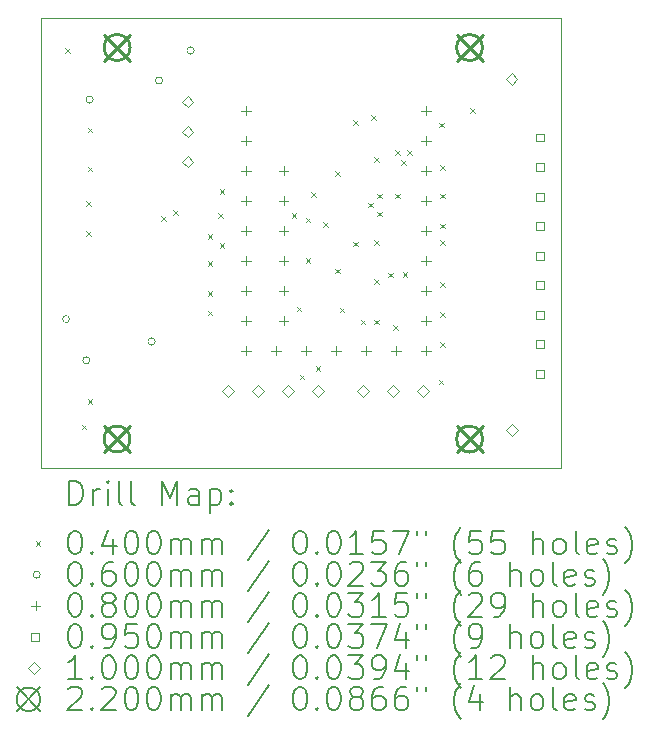
<source format=gbr>
%TF.GenerationSoftware,KiCad,Pcbnew,7.0.1*%
%TF.CreationDate,2023-04-02T17:09:12+02:00*%
%TF.ProjectId,OXS_RP2040_Full,4f58535f-5250-4323-9034-305f46756c6c,rev?*%
%TF.SameCoordinates,Original*%
%TF.FileFunction,Drillmap*%
%TF.FilePolarity,Positive*%
%FSLAX45Y45*%
G04 Gerber Fmt 4.5, Leading zero omitted, Abs format (unit mm)*
G04 Created by KiCad (PCBNEW 7.0.1) date 2023-04-02 17:09:12*
%MOMM*%
%LPD*%
G01*
G04 APERTURE LIST*
%ADD10C,0.050000*%
%ADD11C,0.200000*%
%ADD12C,0.040000*%
%ADD13C,0.060000*%
%ADD14C,0.080000*%
%ADD15C,0.095000*%
%ADD16C,0.100000*%
%ADD17C,0.220000*%
G04 APERTURE END LIST*
D10*
X11264900Y-11176000D02*
X6858000Y-11176000D01*
X6858000Y-11176000D02*
X6858000Y-7366000D01*
X6858000Y-7366000D02*
X11264900Y-7366000D01*
X11264900Y-7366000D02*
X11264900Y-11176000D01*
D11*
D12*
X7066600Y-7625400D02*
X7106600Y-7665400D01*
X7106600Y-7625400D02*
X7066600Y-7665400D01*
X7206300Y-10813100D02*
X7246300Y-10853100D01*
X7246300Y-10813100D02*
X7206300Y-10853100D01*
X7244400Y-8920800D02*
X7284400Y-8960800D01*
X7284400Y-8920800D02*
X7244400Y-8960800D01*
X7244400Y-9174800D02*
X7284400Y-9214800D01*
X7284400Y-9174800D02*
X7244400Y-9214800D01*
X7257100Y-8298500D02*
X7297100Y-8338500D01*
X7297100Y-8298500D02*
X7257100Y-8338500D01*
X7257100Y-8628700D02*
X7297100Y-8668700D01*
X7297100Y-8628700D02*
X7257100Y-8668700D01*
X7257100Y-10597200D02*
X7297100Y-10637200D01*
X7297100Y-10597200D02*
X7257100Y-10637200D01*
X7879400Y-9047800D02*
X7919400Y-9087800D01*
X7919400Y-9047800D02*
X7879400Y-9087800D01*
X7981000Y-8997000D02*
X8021000Y-9037000D01*
X8021000Y-8997000D02*
X7981000Y-9037000D01*
X8273100Y-9200200D02*
X8313100Y-9240200D01*
X8313100Y-9200200D02*
X8273100Y-9240200D01*
X8273100Y-9428800D02*
X8313100Y-9468800D01*
X8313100Y-9428800D02*
X8273100Y-9468800D01*
X8273100Y-9682800D02*
X8313100Y-9722800D01*
X8313100Y-9682800D02*
X8273100Y-9722800D01*
X8273100Y-9847900D02*
X8313100Y-9887900D01*
X8313100Y-9847900D02*
X8273100Y-9887900D01*
X8362000Y-9022400D02*
X8402000Y-9062400D01*
X8402000Y-9022400D02*
X8362000Y-9062400D01*
X8374700Y-8819200D02*
X8414700Y-8859200D01*
X8414700Y-8819200D02*
X8374700Y-8859200D01*
X8374700Y-9276400D02*
X8414700Y-9316400D01*
X8414700Y-9276400D02*
X8374700Y-9316400D01*
X8984300Y-9022400D02*
X9024300Y-9062400D01*
X9024300Y-9022400D02*
X8984300Y-9062400D01*
X9026637Y-9812915D02*
X9066637Y-9852915D01*
X9066637Y-9812915D02*
X9026637Y-9852915D01*
X9051500Y-10390300D02*
X9091500Y-10430300D01*
X9091500Y-10390300D02*
X9051500Y-10430300D01*
X9102350Y-9060500D02*
X9142350Y-9100500D01*
X9142350Y-9060500D02*
X9102350Y-9100500D01*
X9102350Y-9403400D02*
X9142350Y-9443400D01*
X9142350Y-9403400D02*
X9102350Y-9443400D01*
X9149400Y-8844600D02*
X9189400Y-8884600D01*
X9189400Y-8844600D02*
X9149400Y-8884600D01*
X9187500Y-10317800D02*
X9227500Y-10357800D01*
X9227500Y-10317800D02*
X9187500Y-10357800D01*
X9251000Y-9098600D02*
X9291000Y-9138600D01*
X9291000Y-9098600D02*
X9251000Y-9138600D01*
X9352600Y-8666800D02*
X9392600Y-8706800D01*
X9392600Y-8666800D02*
X9352600Y-8706800D01*
X9352600Y-9492300D02*
X9392600Y-9532300D01*
X9392600Y-9492300D02*
X9352600Y-9532300D01*
X9390700Y-9822500D02*
X9430700Y-9862500D01*
X9430700Y-9822500D02*
X9390700Y-9862500D01*
X9505000Y-8232400D02*
X9545000Y-8272400D01*
X9545000Y-8232400D02*
X9505000Y-8272400D01*
X9505000Y-9263700D02*
X9545000Y-9303700D01*
X9545000Y-9263700D02*
X9505000Y-9303700D01*
X9568500Y-9924100D02*
X9608500Y-9964100D01*
X9608500Y-9924100D02*
X9568500Y-9964100D01*
X9632000Y-8933500D02*
X9672000Y-8973500D01*
X9672000Y-8933500D02*
X9632000Y-8973500D01*
X9657400Y-8194300D02*
X9697400Y-8234300D01*
X9697400Y-8194300D02*
X9657400Y-8234300D01*
X9682800Y-8549900D02*
X9722800Y-8589900D01*
X9722800Y-8549900D02*
X9682800Y-8589900D01*
X9682800Y-9251000D02*
X9722800Y-9291000D01*
X9722800Y-9251000D02*
X9682800Y-9291000D01*
X9682800Y-9581200D02*
X9722800Y-9621200D01*
X9722800Y-9581200D02*
X9682800Y-9621200D01*
X9682800Y-9924100D02*
X9722800Y-9964100D01*
X9722800Y-9924100D02*
X9682800Y-9964100D01*
X9708200Y-8857300D02*
X9748200Y-8897300D01*
X9748200Y-8857300D02*
X9708200Y-8897300D01*
X9708200Y-9009700D02*
X9748200Y-9049700D01*
X9748200Y-9009700D02*
X9708200Y-9049700D01*
X9799683Y-9525020D02*
X9839683Y-9565020D01*
X9839683Y-9525020D02*
X9799683Y-9565020D01*
X9843430Y-9970430D02*
X9883430Y-10010430D01*
X9883430Y-9970430D02*
X9843430Y-10010430D01*
X9860600Y-8486400D02*
X9900600Y-8526400D01*
X9900600Y-8486400D02*
X9860600Y-8526400D01*
X9860600Y-8857300D02*
X9900600Y-8897300D01*
X9900600Y-8857300D02*
X9860600Y-8897300D01*
X9913049Y-8573430D02*
X9953049Y-8613430D01*
X9953049Y-8573430D02*
X9913049Y-8613430D01*
X9924100Y-9523993D02*
X9964100Y-9563993D01*
X9964100Y-9523993D02*
X9924100Y-9563993D01*
X9962200Y-8486400D02*
X10002200Y-8526400D01*
X10002200Y-8486400D02*
X9962200Y-8526400D01*
X10228900Y-10432100D02*
X10268900Y-10472100D01*
X10268900Y-10432100D02*
X10228900Y-10472100D01*
X10232680Y-8256620D02*
X10272680Y-8296620D01*
X10272680Y-8256620D02*
X10232680Y-8296620D01*
X10241600Y-8616000D02*
X10281600Y-8656000D01*
X10281600Y-8616000D02*
X10241600Y-8656000D01*
X10241600Y-8857300D02*
X10281600Y-8897300D01*
X10281600Y-8857300D02*
X10241600Y-8897300D01*
X10241600Y-9111300D02*
X10281600Y-9151300D01*
X10281600Y-9111300D02*
X10241600Y-9151300D01*
X10241600Y-9251000D02*
X10281600Y-9291000D01*
X10281600Y-9251000D02*
X10241600Y-9291000D01*
X10241600Y-9606600D02*
X10281600Y-9646600D01*
X10281600Y-9606600D02*
X10241600Y-9646600D01*
X10241600Y-9860600D02*
X10281600Y-9900600D01*
X10281600Y-9860600D02*
X10241600Y-9900600D01*
X10241600Y-10114600D02*
X10281600Y-10154600D01*
X10281600Y-10114600D02*
X10241600Y-10154600D01*
X10495600Y-8133400D02*
X10535600Y-8173400D01*
X10535600Y-8133400D02*
X10495600Y-8173400D01*
D13*
X7103900Y-9918700D02*
G75*
G03*
X7103900Y-9918700I-30000J0D01*
G01*
X7275350Y-10267950D02*
G75*
G03*
X7275350Y-10267950I-30000J0D01*
G01*
X7303250Y-8060650D02*
G75*
G03*
X7303250Y-8060650I-30000J0D01*
G01*
X7827800Y-10109200D02*
G75*
G03*
X7827800Y-10109200I-30000J0D01*
G01*
X7891300Y-7899400D02*
G75*
G03*
X7891300Y-7899400I-30000J0D01*
G01*
X8158000Y-7645400D02*
G75*
G03*
X8158000Y-7645400I-30000J0D01*
G01*
D14*
X8597900Y-8113400D02*
X8597900Y-8193400D01*
X8557900Y-8153400D02*
X8637900Y-8153400D01*
X8597900Y-8367400D02*
X8597900Y-8447400D01*
X8557900Y-8407400D02*
X8637900Y-8407400D01*
X8597900Y-8621400D02*
X8597900Y-8701400D01*
X8557900Y-8661400D02*
X8637900Y-8661400D01*
X8597900Y-8875400D02*
X8597900Y-8955400D01*
X8557900Y-8915400D02*
X8637900Y-8915400D01*
X8597900Y-9129400D02*
X8597900Y-9209400D01*
X8557900Y-9169400D02*
X8637900Y-9169400D01*
X8597900Y-9383400D02*
X8597900Y-9463400D01*
X8557900Y-9423400D02*
X8637900Y-9423400D01*
X8597900Y-9637400D02*
X8597900Y-9717400D01*
X8557900Y-9677400D02*
X8637900Y-9677400D01*
X8597900Y-9891400D02*
X8597900Y-9971400D01*
X8557900Y-9931400D02*
X8637900Y-9931400D01*
X8597900Y-10145400D02*
X8597900Y-10225400D01*
X8557900Y-10185400D02*
X8637900Y-10185400D01*
X8851900Y-10145400D02*
X8851900Y-10225400D01*
X8811900Y-10185400D02*
X8891900Y-10185400D01*
X8915400Y-8621400D02*
X8915400Y-8701400D01*
X8875400Y-8661400D02*
X8955400Y-8661400D01*
X8915400Y-8875400D02*
X8915400Y-8955400D01*
X8875400Y-8915400D02*
X8955400Y-8915400D01*
X8915400Y-9129400D02*
X8915400Y-9209400D01*
X8875400Y-9169400D02*
X8955400Y-9169400D01*
X8915400Y-9383400D02*
X8915400Y-9463400D01*
X8875400Y-9423400D02*
X8955400Y-9423400D01*
X8915400Y-9637400D02*
X8915400Y-9717400D01*
X8875400Y-9677400D02*
X8955400Y-9677400D01*
X8915400Y-9891400D02*
X8915400Y-9971400D01*
X8875400Y-9931400D02*
X8955400Y-9931400D01*
X9105900Y-10145400D02*
X9105900Y-10225400D01*
X9065900Y-10185400D02*
X9145900Y-10185400D01*
X9359900Y-10145400D02*
X9359900Y-10225400D01*
X9319900Y-10185400D02*
X9399900Y-10185400D01*
X9613900Y-10145400D02*
X9613900Y-10225400D01*
X9573900Y-10185400D02*
X9653900Y-10185400D01*
X9867900Y-10145400D02*
X9867900Y-10225400D01*
X9827900Y-10185400D02*
X9907900Y-10185400D01*
X10121900Y-8113400D02*
X10121900Y-8193400D01*
X10081900Y-8153400D02*
X10161900Y-8153400D01*
X10121900Y-8367400D02*
X10121900Y-8447400D01*
X10081900Y-8407400D02*
X10161900Y-8407400D01*
X10121900Y-8621400D02*
X10121900Y-8701400D01*
X10081900Y-8661400D02*
X10161900Y-8661400D01*
X10121900Y-8875400D02*
X10121900Y-8955400D01*
X10081900Y-8915400D02*
X10161900Y-8915400D01*
X10121900Y-9129400D02*
X10121900Y-9209400D01*
X10081900Y-9169400D02*
X10161900Y-9169400D01*
X10121900Y-9383400D02*
X10121900Y-9463400D01*
X10081900Y-9423400D02*
X10161900Y-9423400D01*
X10121900Y-9637400D02*
X10121900Y-9717400D01*
X10081900Y-9677400D02*
X10161900Y-9677400D01*
X10121900Y-9891400D02*
X10121900Y-9971400D01*
X10081900Y-9931400D02*
X10161900Y-9931400D01*
X10121900Y-10145400D02*
X10121900Y-10225400D01*
X10081900Y-10185400D02*
X10161900Y-10185400D01*
D15*
X11120688Y-8415588D02*
X11120688Y-8348412D01*
X11053512Y-8348412D01*
X11053512Y-8415588D01*
X11120688Y-8415588D01*
X11120688Y-8665588D02*
X11120688Y-8598412D01*
X11053512Y-8598412D01*
X11053512Y-8665588D01*
X11120688Y-8665588D01*
X11120688Y-8915588D02*
X11120688Y-8848412D01*
X11053512Y-8848412D01*
X11053512Y-8915588D01*
X11120688Y-8915588D01*
X11120688Y-9165588D02*
X11120688Y-9098412D01*
X11053512Y-9098412D01*
X11053512Y-9165588D01*
X11120688Y-9165588D01*
X11120688Y-9415588D02*
X11120688Y-9348412D01*
X11053512Y-9348412D01*
X11053512Y-9415588D01*
X11120688Y-9415588D01*
X11120688Y-9665588D02*
X11120688Y-9598412D01*
X11053512Y-9598412D01*
X11053512Y-9665588D01*
X11120688Y-9665588D01*
X11120688Y-9915588D02*
X11120688Y-9848412D01*
X11053512Y-9848412D01*
X11053512Y-9915588D01*
X11120688Y-9915588D01*
X11120688Y-10165588D02*
X11120688Y-10098412D01*
X11053512Y-10098412D01*
X11053512Y-10165588D01*
X11120688Y-10165588D01*
X11120688Y-10415588D02*
X11120688Y-10348412D01*
X11053512Y-10348412D01*
X11053512Y-10415588D01*
X11120688Y-10415588D01*
D16*
X8102600Y-8127200D02*
X8152600Y-8077200D01*
X8102600Y-8027200D01*
X8052600Y-8077200D01*
X8102600Y-8127200D01*
X8102600Y-8381200D02*
X8152600Y-8331200D01*
X8102600Y-8281200D01*
X8052600Y-8331200D01*
X8102600Y-8381200D01*
X8102600Y-8635200D02*
X8152600Y-8585200D01*
X8102600Y-8535200D01*
X8052600Y-8585200D01*
X8102600Y-8635200D01*
X8445500Y-10578300D02*
X8495500Y-10528300D01*
X8445500Y-10478300D01*
X8395500Y-10528300D01*
X8445500Y-10578300D01*
X8699500Y-10578300D02*
X8749500Y-10528300D01*
X8699500Y-10478300D01*
X8649500Y-10528300D01*
X8699500Y-10578300D01*
X8953500Y-10578300D02*
X9003500Y-10528300D01*
X8953500Y-10478300D01*
X8903500Y-10528300D01*
X8953500Y-10578300D01*
X9207500Y-10578300D02*
X9257500Y-10528300D01*
X9207500Y-10478300D01*
X9157500Y-10528300D01*
X9207500Y-10578300D01*
X9588500Y-10578300D02*
X9638500Y-10528300D01*
X9588500Y-10478300D01*
X9538500Y-10528300D01*
X9588500Y-10578300D01*
X9842500Y-10578300D02*
X9892500Y-10528300D01*
X9842500Y-10478300D01*
X9792500Y-10528300D01*
X9842500Y-10578300D01*
X10096500Y-10578300D02*
X10146500Y-10528300D01*
X10096500Y-10478300D01*
X10046500Y-10528300D01*
X10096500Y-10578300D01*
X10845800Y-7936700D02*
X10895800Y-7886700D01*
X10845800Y-7836700D01*
X10795800Y-7886700D01*
X10845800Y-7936700D01*
X10847800Y-10908500D02*
X10897800Y-10858500D01*
X10847800Y-10808500D01*
X10797800Y-10858500D01*
X10847800Y-10908500D01*
D17*
X7395700Y-7510000D02*
X7615700Y-7730000D01*
X7615700Y-7510000D02*
X7395700Y-7730000D01*
X7615700Y-7620000D02*
G75*
G03*
X7615700Y-7620000I-110000J0D01*
G01*
X7395700Y-10824700D02*
X7615700Y-11044700D01*
X7615700Y-10824700D02*
X7395700Y-11044700D01*
X7615700Y-10934700D02*
G75*
G03*
X7615700Y-10934700I-110000J0D01*
G01*
X10380200Y-7510000D02*
X10600200Y-7730000D01*
X10600200Y-7510000D02*
X10380200Y-7730000D01*
X10600200Y-7620000D02*
G75*
G03*
X10600200Y-7620000I-110000J0D01*
G01*
X10380200Y-10824700D02*
X10600200Y-11044700D01*
X10600200Y-10824700D02*
X10380200Y-11044700D01*
X10600200Y-10934700D02*
G75*
G03*
X10600200Y-10934700I-110000J0D01*
G01*
D11*
X7103119Y-11491024D02*
X7103119Y-11291024D01*
X7103119Y-11291024D02*
X7150738Y-11291024D01*
X7150738Y-11291024D02*
X7179309Y-11300548D01*
X7179309Y-11300548D02*
X7198357Y-11319595D01*
X7198357Y-11319595D02*
X7207881Y-11338643D01*
X7207881Y-11338643D02*
X7217405Y-11376738D01*
X7217405Y-11376738D02*
X7217405Y-11405309D01*
X7217405Y-11405309D02*
X7207881Y-11443405D01*
X7207881Y-11443405D02*
X7198357Y-11462452D01*
X7198357Y-11462452D02*
X7179309Y-11481500D01*
X7179309Y-11481500D02*
X7150738Y-11491024D01*
X7150738Y-11491024D02*
X7103119Y-11491024D01*
X7303119Y-11491024D02*
X7303119Y-11357690D01*
X7303119Y-11395786D02*
X7312643Y-11376738D01*
X7312643Y-11376738D02*
X7322167Y-11367214D01*
X7322167Y-11367214D02*
X7341214Y-11357690D01*
X7341214Y-11357690D02*
X7360262Y-11357690D01*
X7426928Y-11491024D02*
X7426928Y-11357690D01*
X7426928Y-11291024D02*
X7417405Y-11300548D01*
X7417405Y-11300548D02*
X7426928Y-11310071D01*
X7426928Y-11310071D02*
X7436452Y-11300548D01*
X7436452Y-11300548D02*
X7426928Y-11291024D01*
X7426928Y-11291024D02*
X7426928Y-11310071D01*
X7550738Y-11491024D02*
X7531690Y-11481500D01*
X7531690Y-11481500D02*
X7522167Y-11462452D01*
X7522167Y-11462452D02*
X7522167Y-11291024D01*
X7655500Y-11491024D02*
X7636452Y-11481500D01*
X7636452Y-11481500D02*
X7626928Y-11462452D01*
X7626928Y-11462452D02*
X7626928Y-11291024D01*
X7884071Y-11491024D02*
X7884071Y-11291024D01*
X7884071Y-11291024D02*
X7950738Y-11433881D01*
X7950738Y-11433881D02*
X8017405Y-11291024D01*
X8017405Y-11291024D02*
X8017405Y-11491024D01*
X8198357Y-11491024D02*
X8198357Y-11386262D01*
X8198357Y-11386262D02*
X8188833Y-11367214D01*
X8188833Y-11367214D02*
X8169786Y-11357690D01*
X8169786Y-11357690D02*
X8131690Y-11357690D01*
X8131690Y-11357690D02*
X8112643Y-11367214D01*
X8198357Y-11481500D02*
X8179309Y-11491024D01*
X8179309Y-11491024D02*
X8131690Y-11491024D01*
X8131690Y-11491024D02*
X8112643Y-11481500D01*
X8112643Y-11481500D02*
X8103119Y-11462452D01*
X8103119Y-11462452D02*
X8103119Y-11443405D01*
X8103119Y-11443405D02*
X8112643Y-11424357D01*
X8112643Y-11424357D02*
X8131690Y-11414833D01*
X8131690Y-11414833D02*
X8179309Y-11414833D01*
X8179309Y-11414833D02*
X8198357Y-11405309D01*
X8293595Y-11357690D02*
X8293595Y-11557690D01*
X8293595Y-11367214D02*
X8312643Y-11357690D01*
X8312643Y-11357690D02*
X8350738Y-11357690D01*
X8350738Y-11357690D02*
X8369786Y-11367214D01*
X8369786Y-11367214D02*
X8379309Y-11376738D01*
X8379309Y-11376738D02*
X8388833Y-11395786D01*
X8388833Y-11395786D02*
X8388833Y-11452928D01*
X8388833Y-11452928D02*
X8379309Y-11471976D01*
X8379309Y-11471976D02*
X8369786Y-11481500D01*
X8369786Y-11481500D02*
X8350738Y-11491024D01*
X8350738Y-11491024D02*
X8312643Y-11491024D01*
X8312643Y-11491024D02*
X8293595Y-11481500D01*
X8474548Y-11471976D02*
X8484071Y-11481500D01*
X8484071Y-11481500D02*
X8474548Y-11491024D01*
X8474548Y-11491024D02*
X8465024Y-11481500D01*
X8465024Y-11481500D02*
X8474548Y-11471976D01*
X8474548Y-11471976D02*
X8474548Y-11491024D01*
X8474548Y-11367214D02*
X8484071Y-11376738D01*
X8484071Y-11376738D02*
X8474548Y-11386262D01*
X8474548Y-11386262D02*
X8465024Y-11376738D01*
X8465024Y-11376738D02*
X8474548Y-11367214D01*
X8474548Y-11367214D02*
X8474548Y-11386262D01*
D12*
X6815500Y-11798500D02*
X6855500Y-11838500D01*
X6855500Y-11798500D02*
X6815500Y-11838500D01*
D11*
X7141214Y-11711024D02*
X7160262Y-11711024D01*
X7160262Y-11711024D02*
X7179309Y-11720548D01*
X7179309Y-11720548D02*
X7188833Y-11730071D01*
X7188833Y-11730071D02*
X7198357Y-11749119D01*
X7198357Y-11749119D02*
X7207881Y-11787214D01*
X7207881Y-11787214D02*
X7207881Y-11834833D01*
X7207881Y-11834833D02*
X7198357Y-11872928D01*
X7198357Y-11872928D02*
X7188833Y-11891976D01*
X7188833Y-11891976D02*
X7179309Y-11901500D01*
X7179309Y-11901500D02*
X7160262Y-11911024D01*
X7160262Y-11911024D02*
X7141214Y-11911024D01*
X7141214Y-11911024D02*
X7122167Y-11901500D01*
X7122167Y-11901500D02*
X7112643Y-11891976D01*
X7112643Y-11891976D02*
X7103119Y-11872928D01*
X7103119Y-11872928D02*
X7093595Y-11834833D01*
X7093595Y-11834833D02*
X7093595Y-11787214D01*
X7093595Y-11787214D02*
X7103119Y-11749119D01*
X7103119Y-11749119D02*
X7112643Y-11730071D01*
X7112643Y-11730071D02*
X7122167Y-11720548D01*
X7122167Y-11720548D02*
X7141214Y-11711024D01*
X7293595Y-11891976D02*
X7303119Y-11901500D01*
X7303119Y-11901500D02*
X7293595Y-11911024D01*
X7293595Y-11911024D02*
X7284071Y-11901500D01*
X7284071Y-11901500D02*
X7293595Y-11891976D01*
X7293595Y-11891976D02*
X7293595Y-11911024D01*
X7474548Y-11777690D02*
X7474548Y-11911024D01*
X7426928Y-11701500D02*
X7379309Y-11844357D01*
X7379309Y-11844357D02*
X7503119Y-11844357D01*
X7617405Y-11711024D02*
X7636452Y-11711024D01*
X7636452Y-11711024D02*
X7655500Y-11720548D01*
X7655500Y-11720548D02*
X7665024Y-11730071D01*
X7665024Y-11730071D02*
X7674548Y-11749119D01*
X7674548Y-11749119D02*
X7684071Y-11787214D01*
X7684071Y-11787214D02*
X7684071Y-11834833D01*
X7684071Y-11834833D02*
X7674548Y-11872928D01*
X7674548Y-11872928D02*
X7665024Y-11891976D01*
X7665024Y-11891976D02*
X7655500Y-11901500D01*
X7655500Y-11901500D02*
X7636452Y-11911024D01*
X7636452Y-11911024D02*
X7617405Y-11911024D01*
X7617405Y-11911024D02*
X7598357Y-11901500D01*
X7598357Y-11901500D02*
X7588833Y-11891976D01*
X7588833Y-11891976D02*
X7579309Y-11872928D01*
X7579309Y-11872928D02*
X7569786Y-11834833D01*
X7569786Y-11834833D02*
X7569786Y-11787214D01*
X7569786Y-11787214D02*
X7579309Y-11749119D01*
X7579309Y-11749119D02*
X7588833Y-11730071D01*
X7588833Y-11730071D02*
X7598357Y-11720548D01*
X7598357Y-11720548D02*
X7617405Y-11711024D01*
X7807881Y-11711024D02*
X7826929Y-11711024D01*
X7826929Y-11711024D02*
X7845976Y-11720548D01*
X7845976Y-11720548D02*
X7855500Y-11730071D01*
X7855500Y-11730071D02*
X7865024Y-11749119D01*
X7865024Y-11749119D02*
X7874548Y-11787214D01*
X7874548Y-11787214D02*
X7874548Y-11834833D01*
X7874548Y-11834833D02*
X7865024Y-11872928D01*
X7865024Y-11872928D02*
X7855500Y-11891976D01*
X7855500Y-11891976D02*
X7845976Y-11901500D01*
X7845976Y-11901500D02*
X7826929Y-11911024D01*
X7826929Y-11911024D02*
X7807881Y-11911024D01*
X7807881Y-11911024D02*
X7788833Y-11901500D01*
X7788833Y-11901500D02*
X7779309Y-11891976D01*
X7779309Y-11891976D02*
X7769786Y-11872928D01*
X7769786Y-11872928D02*
X7760262Y-11834833D01*
X7760262Y-11834833D02*
X7760262Y-11787214D01*
X7760262Y-11787214D02*
X7769786Y-11749119D01*
X7769786Y-11749119D02*
X7779309Y-11730071D01*
X7779309Y-11730071D02*
X7788833Y-11720548D01*
X7788833Y-11720548D02*
X7807881Y-11711024D01*
X7960262Y-11911024D02*
X7960262Y-11777690D01*
X7960262Y-11796738D02*
X7969786Y-11787214D01*
X7969786Y-11787214D02*
X7988833Y-11777690D01*
X7988833Y-11777690D02*
X8017405Y-11777690D01*
X8017405Y-11777690D02*
X8036452Y-11787214D01*
X8036452Y-11787214D02*
X8045976Y-11806262D01*
X8045976Y-11806262D02*
X8045976Y-11911024D01*
X8045976Y-11806262D02*
X8055500Y-11787214D01*
X8055500Y-11787214D02*
X8074548Y-11777690D01*
X8074548Y-11777690D02*
X8103119Y-11777690D01*
X8103119Y-11777690D02*
X8122167Y-11787214D01*
X8122167Y-11787214D02*
X8131690Y-11806262D01*
X8131690Y-11806262D02*
X8131690Y-11911024D01*
X8226929Y-11911024D02*
X8226929Y-11777690D01*
X8226929Y-11796738D02*
X8236452Y-11787214D01*
X8236452Y-11787214D02*
X8255500Y-11777690D01*
X8255500Y-11777690D02*
X8284071Y-11777690D01*
X8284071Y-11777690D02*
X8303119Y-11787214D01*
X8303119Y-11787214D02*
X8312643Y-11806262D01*
X8312643Y-11806262D02*
X8312643Y-11911024D01*
X8312643Y-11806262D02*
X8322167Y-11787214D01*
X8322167Y-11787214D02*
X8341214Y-11777690D01*
X8341214Y-11777690D02*
X8369786Y-11777690D01*
X8369786Y-11777690D02*
X8388833Y-11787214D01*
X8388833Y-11787214D02*
X8398357Y-11806262D01*
X8398357Y-11806262D02*
X8398357Y-11911024D01*
X8788833Y-11701500D02*
X8617405Y-11958643D01*
X9045976Y-11711024D02*
X9065024Y-11711024D01*
X9065024Y-11711024D02*
X9084072Y-11720548D01*
X9084072Y-11720548D02*
X9093595Y-11730071D01*
X9093595Y-11730071D02*
X9103119Y-11749119D01*
X9103119Y-11749119D02*
X9112643Y-11787214D01*
X9112643Y-11787214D02*
X9112643Y-11834833D01*
X9112643Y-11834833D02*
X9103119Y-11872928D01*
X9103119Y-11872928D02*
X9093595Y-11891976D01*
X9093595Y-11891976D02*
X9084072Y-11901500D01*
X9084072Y-11901500D02*
X9065024Y-11911024D01*
X9065024Y-11911024D02*
X9045976Y-11911024D01*
X9045976Y-11911024D02*
X9026929Y-11901500D01*
X9026929Y-11901500D02*
X9017405Y-11891976D01*
X9017405Y-11891976D02*
X9007881Y-11872928D01*
X9007881Y-11872928D02*
X8998357Y-11834833D01*
X8998357Y-11834833D02*
X8998357Y-11787214D01*
X8998357Y-11787214D02*
X9007881Y-11749119D01*
X9007881Y-11749119D02*
X9017405Y-11730071D01*
X9017405Y-11730071D02*
X9026929Y-11720548D01*
X9026929Y-11720548D02*
X9045976Y-11711024D01*
X9198357Y-11891976D02*
X9207881Y-11901500D01*
X9207881Y-11901500D02*
X9198357Y-11911024D01*
X9198357Y-11911024D02*
X9188834Y-11901500D01*
X9188834Y-11901500D02*
X9198357Y-11891976D01*
X9198357Y-11891976D02*
X9198357Y-11911024D01*
X9331691Y-11711024D02*
X9350738Y-11711024D01*
X9350738Y-11711024D02*
X9369786Y-11720548D01*
X9369786Y-11720548D02*
X9379310Y-11730071D01*
X9379310Y-11730071D02*
X9388834Y-11749119D01*
X9388834Y-11749119D02*
X9398357Y-11787214D01*
X9398357Y-11787214D02*
X9398357Y-11834833D01*
X9398357Y-11834833D02*
X9388834Y-11872928D01*
X9388834Y-11872928D02*
X9379310Y-11891976D01*
X9379310Y-11891976D02*
X9369786Y-11901500D01*
X9369786Y-11901500D02*
X9350738Y-11911024D01*
X9350738Y-11911024D02*
X9331691Y-11911024D01*
X9331691Y-11911024D02*
X9312643Y-11901500D01*
X9312643Y-11901500D02*
X9303119Y-11891976D01*
X9303119Y-11891976D02*
X9293595Y-11872928D01*
X9293595Y-11872928D02*
X9284072Y-11834833D01*
X9284072Y-11834833D02*
X9284072Y-11787214D01*
X9284072Y-11787214D02*
X9293595Y-11749119D01*
X9293595Y-11749119D02*
X9303119Y-11730071D01*
X9303119Y-11730071D02*
X9312643Y-11720548D01*
X9312643Y-11720548D02*
X9331691Y-11711024D01*
X9588834Y-11911024D02*
X9474548Y-11911024D01*
X9531691Y-11911024D02*
X9531691Y-11711024D01*
X9531691Y-11711024D02*
X9512643Y-11739595D01*
X9512643Y-11739595D02*
X9493595Y-11758643D01*
X9493595Y-11758643D02*
X9474548Y-11768167D01*
X9769786Y-11711024D02*
X9674548Y-11711024D01*
X9674548Y-11711024D02*
X9665024Y-11806262D01*
X9665024Y-11806262D02*
X9674548Y-11796738D01*
X9674548Y-11796738D02*
X9693595Y-11787214D01*
X9693595Y-11787214D02*
X9741215Y-11787214D01*
X9741215Y-11787214D02*
X9760262Y-11796738D01*
X9760262Y-11796738D02*
X9769786Y-11806262D01*
X9769786Y-11806262D02*
X9779310Y-11825309D01*
X9779310Y-11825309D02*
X9779310Y-11872928D01*
X9779310Y-11872928D02*
X9769786Y-11891976D01*
X9769786Y-11891976D02*
X9760262Y-11901500D01*
X9760262Y-11901500D02*
X9741215Y-11911024D01*
X9741215Y-11911024D02*
X9693595Y-11911024D01*
X9693595Y-11911024D02*
X9674548Y-11901500D01*
X9674548Y-11901500D02*
X9665024Y-11891976D01*
X9845976Y-11711024D02*
X9979310Y-11711024D01*
X9979310Y-11711024D02*
X9893595Y-11911024D01*
X10045976Y-11711024D02*
X10045976Y-11749119D01*
X10122167Y-11711024D02*
X10122167Y-11749119D01*
X10417405Y-11987214D02*
X10407881Y-11977690D01*
X10407881Y-11977690D02*
X10388834Y-11949119D01*
X10388834Y-11949119D02*
X10379310Y-11930071D01*
X10379310Y-11930071D02*
X10369786Y-11901500D01*
X10369786Y-11901500D02*
X10360262Y-11853881D01*
X10360262Y-11853881D02*
X10360262Y-11815786D01*
X10360262Y-11815786D02*
X10369786Y-11768167D01*
X10369786Y-11768167D02*
X10379310Y-11739595D01*
X10379310Y-11739595D02*
X10388834Y-11720548D01*
X10388834Y-11720548D02*
X10407881Y-11691976D01*
X10407881Y-11691976D02*
X10417405Y-11682452D01*
X10588834Y-11711024D02*
X10493596Y-11711024D01*
X10493596Y-11711024D02*
X10484072Y-11806262D01*
X10484072Y-11806262D02*
X10493596Y-11796738D01*
X10493596Y-11796738D02*
X10512643Y-11787214D01*
X10512643Y-11787214D02*
X10560262Y-11787214D01*
X10560262Y-11787214D02*
X10579310Y-11796738D01*
X10579310Y-11796738D02*
X10588834Y-11806262D01*
X10588834Y-11806262D02*
X10598357Y-11825309D01*
X10598357Y-11825309D02*
X10598357Y-11872928D01*
X10598357Y-11872928D02*
X10588834Y-11891976D01*
X10588834Y-11891976D02*
X10579310Y-11901500D01*
X10579310Y-11901500D02*
X10560262Y-11911024D01*
X10560262Y-11911024D02*
X10512643Y-11911024D01*
X10512643Y-11911024D02*
X10493596Y-11901500D01*
X10493596Y-11901500D02*
X10484072Y-11891976D01*
X10779310Y-11711024D02*
X10684072Y-11711024D01*
X10684072Y-11711024D02*
X10674548Y-11806262D01*
X10674548Y-11806262D02*
X10684072Y-11796738D01*
X10684072Y-11796738D02*
X10703119Y-11787214D01*
X10703119Y-11787214D02*
X10750738Y-11787214D01*
X10750738Y-11787214D02*
X10769786Y-11796738D01*
X10769786Y-11796738D02*
X10779310Y-11806262D01*
X10779310Y-11806262D02*
X10788834Y-11825309D01*
X10788834Y-11825309D02*
X10788834Y-11872928D01*
X10788834Y-11872928D02*
X10779310Y-11891976D01*
X10779310Y-11891976D02*
X10769786Y-11901500D01*
X10769786Y-11901500D02*
X10750738Y-11911024D01*
X10750738Y-11911024D02*
X10703119Y-11911024D01*
X10703119Y-11911024D02*
X10684072Y-11901500D01*
X10684072Y-11901500D02*
X10674548Y-11891976D01*
X11026929Y-11911024D02*
X11026929Y-11711024D01*
X11112643Y-11911024D02*
X11112643Y-11806262D01*
X11112643Y-11806262D02*
X11103119Y-11787214D01*
X11103119Y-11787214D02*
X11084072Y-11777690D01*
X11084072Y-11777690D02*
X11055500Y-11777690D01*
X11055500Y-11777690D02*
X11036453Y-11787214D01*
X11036453Y-11787214D02*
X11026929Y-11796738D01*
X11236453Y-11911024D02*
X11217405Y-11901500D01*
X11217405Y-11901500D02*
X11207881Y-11891976D01*
X11207881Y-11891976D02*
X11198357Y-11872928D01*
X11198357Y-11872928D02*
X11198357Y-11815786D01*
X11198357Y-11815786D02*
X11207881Y-11796738D01*
X11207881Y-11796738D02*
X11217405Y-11787214D01*
X11217405Y-11787214D02*
X11236453Y-11777690D01*
X11236453Y-11777690D02*
X11265024Y-11777690D01*
X11265024Y-11777690D02*
X11284072Y-11787214D01*
X11284072Y-11787214D02*
X11293596Y-11796738D01*
X11293596Y-11796738D02*
X11303119Y-11815786D01*
X11303119Y-11815786D02*
X11303119Y-11872928D01*
X11303119Y-11872928D02*
X11293596Y-11891976D01*
X11293596Y-11891976D02*
X11284072Y-11901500D01*
X11284072Y-11901500D02*
X11265024Y-11911024D01*
X11265024Y-11911024D02*
X11236453Y-11911024D01*
X11417405Y-11911024D02*
X11398357Y-11901500D01*
X11398357Y-11901500D02*
X11388834Y-11882452D01*
X11388834Y-11882452D02*
X11388834Y-11711024D01*
X11569786Y-11901500D02*
X11550738Y-11911024D01*
X11550738Y-11911024D02*
X11512643Y-11911024D01*
X11512643Y-11911024D02*
X11493596Y-11901500D01*
X11493596Y-11901500D02*
X11484072Y-11882452D01*
X11484072Y-11882452D02*
X11484072Y-11806262D01*
X11484072Y-11806262D02*
X11493596Y-11787214D01*
X11493596Y-11787214D02*
X11512643Y-11777690D01*
X11512643Y-11777690D02*
X11550738Y-11777690D01*
X11550738Y-11777690D02*
X11569786Y-11787214D01*
X11569786Y-11787214D02*
X11579310Y-11806262D01*
X11579310Y-11806262D02*
X11579310Y-11825309D01*
X11579310Y-11825309D02*
X11484072Y-11844357D01*
X11655500Y-11901500D02*
X11674548Y-11911024D01*
X11674548Y-11911024D02*
X11712643Y-11911024D01*
X11712643Y-11911024D02*
X11731691Y-11901500D01*
X11731691Y-11901500D02*
X11741215Y-11882452D01*
X11741215Y-11882452D02*
X11741215Y-11872928D01*
X11741215Y-11872928D02*
X11731691Y-11853881D01*
X11731691Y-11853881D02*
X11712643Y-11844357D01*
X11712643Y-11844357D02*
X11684072Y-11844357D01*
X11684072Y-11844357D02*
X11665024Y-11834833D01*
X11665024Y-11834833D02*
X11655500Y-11815786D01*
X11655500Y-11815786D02*
X11655500Y-11806262D01*
X11655500Y-11806262D02*
X11665024Y-11787214D01*
X11665024Y-11787214D02*
X11684072Y-11777690D01*
X11684072Y-11777690D02*
X11712643Y-11777690D01*
X11712643Y-11777690D02*
X11731691Y-11787214D01*
X11807881Y-11987214D02*
X11817405Y-11977690D01*
X11817405Y-11977690D02*
X11836453Y-11949119D01*
X11836453Y-11949119D02*
X11845977Y-11930071D01*
X11845977Y-11930071D02*
X11855500Y-11901500D01*
X11855500Y-11901500D02*
X11865024Y-11853881D01*
X11865024Y-11853881D02*
X11865024Y-11815786D01*
X11865024Y-11815786D02*
X11855500Y-11768167D01*
X11855500Y-11768167D02*
X11845977Y-11739595D01*
X11845977Y-11739595D02*
X11836453Y-11720548D01*
X11836453Y-11720548D02*
X11817405Y-11691976D01*
X11817405Y-11691976D02*
X11807881Y-11682452D01*
D13*
X6855500Y-12082500D02*
G75*
G03*
X6855500Y-12082500I-30000J0D01*
G01*
D11*
X7141214Y-11975024D02*
X7160262Y-11975024D01*
X7160262Y-11975024D02*
X7179309Y-11984548D01*
X7179309Y-11984548D02*
X7188833Y-11994071D01*
X7188833Y-11994071D02*
X7198357Y-12013119D01*
X7198357Y-12013119D02*
X7207881Y-12051214D01*
X7207881Y-12051214D02*
X7207881Y-12098833D01*
X7207881Y-12098833D02*
X7198357Y-12136928D01*
X7198357Y-12136928D02*
X7188833Y-12155976D01*
X7188833Y-12155976D02*
X7179309Y-12165500D01*
X7179309Y-12165500D02*
X7160262Y-12175024D01*
X7160262Y-12175024D02*
X7141214Y-12175024D01*
X7141214Y-12175024D02*
X7122167Y-12165500D01*
X7122167Y-12165500D02*
X7112643Y-12155976D01*
X7112643Y-12155976D02*
X7103119Y-12136928D01*
X7103119Y-12136928D02*
X7093595Y-12098833D01*
X7093595Y-12098833D02*
X7093595Y-12051214D01*
X7093595Y-12051214D02*
X7103119Y-12013119D01*
X7103119Y-12013119D02*
X7112643Y-11994071D01*
X7112643Y-11994071D02*
X7122167Y-11984548D01*
X7122167Y-11984548D02*
X7141214Y-11975024D01*
X7293595Y-12155976D02*
X7303119Y-12165500D01*
X7303119Y-12165500D02*
X7293595Y-12175024D01*
X7293595Y-12175024D02*
X7284071Y-12165500D01*
X7284071Y-12165500D02*
X7293595Y-12155976D01*
X7293595Y-12155976D02*
X7293595Y-12175024D01*
X7474548Y-11975024D02*
X7436452Y-11975024D01*
X7436452Y-11975024D02*
X7417405Y-11984548D01*
X7417405Y-11984548D02*
X7407881Y-11994071D01*
X7407881Y-11994071D02*
X7388833Y-12022643D01*
X7388833Y-12022643D02*
X7379309Y-12060738D01*
X7379309Y-12060738D02*
X7379309Y-12136928D01*
X7379309Y-12136928D02*
X7388833Y-12155976D01*
X7388833Y-12155976D02*
X7398357Y-12165500D01*
X7398357Y-12165500D02*
X7417405Y-12175024D01*
X7417405Y-12175024D02*
X7455500Y-12175024D01*
X7455500Y-12175024D02*
X7474548Y-12165500D01*
X7474548Y-12165500D02*
X7484071Y-12155976D01*
X7484071Y-12155976D02*
X7493595Y-12136928D01*
X7493595Y-12136928D02*
X7493595Y-12089309D01*
X7493595Y-12089309D02*
X7484071Y-12070262D01*
X7484071Y-12070262D02*
X7474548Y-12060738D01*
X7474548Y-12060738D02*
X7455500Y-12051214D01*
X7455500Y-12051214D02*
X7417405Y-12051214D01*
X7417405Y-12051214D02*
X7398357Y-12060738D01*
X7398357Y-12060738D02*
X7388833Y-12070262D01*
X7388833Y-12070262D02*
X7379309Y-12089309D01*
X7617405Y-11975024D02*
X7636452Y-11975024D01*
X7636452Y-11975024D02*
X7655500Y-11984548D01*
X7655500Y-11984548D02*
X7665024Y-11994071D01*
X7665024Y-11994071D02*
X7674548Y-12013119D01*
X7674548Y-12013119D02*
X7684071Y-12051214D01*
X7684071Y-12051214D02*
X7684071Y-12098833D01*
X7684071Y-12098833D02*
X7674548Y-12136928D01*
X7674548Y-12136928D02*
X7665024Y-12155976D01*
X7665024Y-12155976D02*
X7655500Y-12165500D01*
X7655500Y-12165500D02*
X7636452Y-12175024D01*
X7636452Y-12175024D02*
X7617405Y-12175024D01*
X7617405Y-12175024D02*
X7598357Y-12165500D01*
X7598357Y-12165500D02*
X7588833Y-12155976D01*
X7588833Y-12155976D02*
X7579309Y-12136928D01*
X7579309Y-12136928D02*
X7569786Y-12098833D01*
X7569786Y-12098833D02*
X7569786Y-12051214D01*
X7569786Y-12051214D02*
X7579309Y-12013119D01*
X7579309Y-12013119D02*
X7588833Y-11994071D01*
X7588833Y-11994071D02*
X7598357Y-11984548D01*
X7598357Y-11984548D02*
X7617405Y-11975024D01*
X7807881Y-11975024D02*
X7826929Y-11975024D01*
X7826929Y-11975024D02*
X7845976Y-11984548D01*
X7845976Y-11984548D02*
X7855500Y-11994071D01*
X7855500Y-11994071D02*
X7865024Y-12013119D01*
X7865024Y-12013119D02*
X7874548Y-12051214D01*
X7874548Y-12051214D02*
X7874548Y-12098833D01*
X7874548Y-12098833D02*
X7865024Y-12136928D01*
X7865024Y-12136928D02*
X7855500Y-12155976D01*
X7855500Y-12155976D02*
X7845976Y-12165500D01*
X7845976Y-12165500D02*
X7826929Y-12175024D01*
X7826929Y-12175024D02*
X7807881Y-12175024D01*
X7807881Y-12175024D02*
X7788833Y-12165500D01*
X7788833Y-12165500D02*
X7779309Y-12155976D01*
X7779309Y-12155976D02*
X7769786Y-12136928D01*
X7769786Y-12136928D02*
X7760262Y-12098833D01*
X7760262Y-12098833D02*
X7760262Y-12051214D01*
X7760262Y-12051214D02*
X7769786Y-12013119D01*
X7769786Y-12013119D02*
X7779309Y-11994071D01*
X7779309Y-11994071D02*
X7788833Y-11984548D01*
X7788833Y-11984548D02*
X7807881Y-11975024D01*
X7960262Y-12175024D02*
X7960262Y-12041690D01*
X7960262Y-12060738D02*
X7969786Y-12051214D01*
X7969786Y-12051214D02*
X7988833Y-12041690D01*
X7988833Y-12041690D02*
X8017405Y-12041690D01*
X8017405Y-12041690D02*
X8036452Y-12051214D01*
X8036452Y-12051214D02*
X8045976Y-12070262D01*
X8045976Y-12070262D02*
X8045976Y-12175024D01*
X8045976Y-12070262D02*
X8055500Y-12051214D01*
X8055500Y-12051214D02*
X8074548Y-12041690D01*
X8074548Y-12041690D02*
X8103119Y-12041690D01*
X8103119Y-12041690D02*
X8122167Y-12051214D01*
X8122167Y-12051214D02*
X8131690Y-12070262D01*
X8131690Y-12070262D02*
X8131690Y-12175024D01*
X8226929Y-12175024D02*
X8226929Y-12041690D01*
X8226929Y-12060738D02*
X8236452Y-12051214D01*
X8236452Y-12051214D02*
X8255500Y-12041690D01*
X8255500Y-12041690D02*
X8284071Y-12041690D01*
X8284071Y-12041690D02*
X8303119Y-12051214D01*
X8303119Y-12051214D02*
X8312643Y-12070262D01*
X8312643Y-12070262D02*
X8312643Y-12175024D01*
X8312643Y-12070262D02*
X8322167Y-12051214D01*
X8322167Y-12051214D02*
X8341214Y-12041690D01*
X8341214Y-12041690D02*
X8369786Y-12041690D01*
X8369786Y-12041690D02*
X8388833Y-12051214D01*
X8388833Y-12051214D02*
X8398357Y-12070262D01*
X8398357Y-12070262D02*
X8398357Y-12175024D01*
X8788833Y-11965500D02*
X8617405Y-12222643D01*
X9045976Y-11975024D02*
X9065024Y-11975024D01*
X9065024Y-11975024D02*
X9084072Y-11984548D01*
X9084072Y-11984548D02*
X9093595Y-11994071D01*
X9093595Y-11994071D02*
X9103119Y-12013119D01*
X9103119Y-12013119D02*
X9112643Y-12051214D01*
X9112643Y-12051214D02*
X9112643Y-12098833D01*
X9112643Y-12098833D02*
X9103119Y-12136928D01*
X9103119Y-12136928D02*
X9093595Y-12155976D01*
X9093595Y-12155976D02*
X9084072Y-12165500D01*
X9084072Y-12165500D02*
X9065024Y-12175024D01*
X9065024Y-12175024D02*
X9045976Y-12175024D01*
X9045976Y-12175024D02*
X9026929Y-12165500D01*
X9026929Y-12165500D02*
X9017405Y-12155976D01*
X9017405Y-12155976D02*
X9007881Y-12136928D01*
X9007881Y-12136928D02*
X8998357Y-12098833D01*
X8998357Y-12098833D02*
X8998357Y-12051214D01*
X8998357Y-12051214D02*
X9007881Y-12013119D01*
X9007881Y-12013119D02*
X9017405Y-11994071D01*
X9017405Y-11994071D02*
X9026929Y-11984548D01*
X9026929Y-11984548D02*
X9045976Y-11975024D01*
X9198357Y-12155976D02*
X9207881Y-12165500D01*
X9207881Y-12165500D02*
X9198357Y-12175024D01*
X9198357Y-12175024D02*
X9188834Y-12165500D01*
X9188834Y-12165500D02*
X9198357Y-12155976D01*
X9198357Y-12155976D02*
X9198357Y-12175024D01*
X9331691Y-11975024D02*
X9350738Y-11975024D01*
X9350738Y-11975024D02*
X9369786Y-11984548D01*
X9369786Y-11984548D02*
X9379310Y-11994071D01*
X9379310Y-11994071D02*
X9388834Y-12013119D01*
X9388834Y-12013119D02*
X9398357Y-12051214D01*
X9398357Y-12051214D02*
X9398357Y-12098833D01*
X9398357Y-12098833D02*
X9388834Y-12136928D01*
X9388834Y-12136928D02*
X9379310Y-12155976D01*
X9379310Y-12155976D02*
X9369786Y-12165500D01*
X9369786Y-12165500D02*
X9350738Y-12175024D01*
X9350738Y-12175024D02*
X9331691Y-12175024D01*
X9331691Y-12175024D02*
X9312643Y-12165500D01*
X9312643Y-12165500D02*
X9303119Y-12155976D01*
X9303119Y-12155976D02*
X9293595Y-12136928D01*
X9293595Y-12136928D02*
X9284072Y-12098833D01*
X9284072Y-12098833D02*
X9284072Y-12051214D01*
X9284072Y-12051214D02*
X9293595Y-12013119D01*
X9293595Y-12013119D02*
X9303119Y-11994071D01*
X9303119Y-11994071D02*
X9312643Y-11984548D01*
X9312643Y-11984548D02*
X9331691Y-11975024D01*
X9474548Y-11994071D02*
X9484072Y-11984548D01*
X9484072Y-11984548D02*
X9503119Y-11975024D01*
X9503119Y-11975024D02*
X9550738Y-11975024D01*
X9550738Y-11975024D02*
X9569786Y-11984548D01*
X9569786Y-11984548D02*
X9579310Y-11994071D01*
X9579310Y-11994071D02*
X9588834Y-12013119D01*
X9588834Y-12013119D02*
X9588834Y-12032167D01*
X9588834Y-12032167D02*
X9579310Y-12060738D01*
X9579310Y-12060738D02*
X9465024Y-12175024D01*
X9465024Y-12175024D02*
X9588834Y-12175024D01*
X9655500Y-11975024D02*
X9779310Y-11975024D01*
X9779310Y-11975024D02*
X9712643Y-12051214D01*
X9712643Y-12051214D02*
X9741215Y-12051214D01*
X9741215Y-12051214D02*
X9760262Y-12060738D01*
X9760262Y-12060738D02*
X9769786Y-12070262D01*
X9769786Y-12070262D02*
X9779310Y-12089309D01*
X9779310Y-12089309D02*
X9779310Y-12136928D01*
X9779310Y-12136928D02*
X9769786Y-12155976D01*
X9769786Y-12155976D02*
X9760262Y-12165500D01*
X9760262Y-12165500D02*
X9741215Y-12175024D01*
X9741215Y-12175024D02*
X9684072Y-12175024D01*
X9684072Y-12175024D02*
X9665024Y-12165500D01*
X9665024Y-12165500D02*
X9655500Y-12155976D01*
X9950738Y-11975024D02*
X9912643Y-11975024D01*
X9912643Y-11975024D02*
X9893595Y-11984548D01*
X9893595Y-11984548D02*
X9884072Y-11994071D01*
X9884072Y-11994071D02*
X9865024Y-12022643D01*
X9865024Y-12022643D02*
X9855500Y-12060738D01*
X9855500Y-12060738D02*
X9855500Y-12136928D01*
X9855500Y-12136928D02*
X9865024Y-12155976D01*
X9865024Y-12155976D02*
X9874548Y-12165500D01*
X9874548Y-12165500D02*
X9893595Y-12175024D01*
X9893595Y-12175024D02*
X9931691Y-12175024D01*
X9931691Y-12175024D02*
X9950738Y-12165500D01*
X9950738Y-12165500D02*
X9960262Y-12155976D01*
X9960262Y-12155976D02*
X9969786Y-12136928D01*
X9969786Y-12136928D02*
X9969786Y-12089309D01*
X9969786Y-12089309D02*
X9960262Y-12070262D01*
X9960262Y-12070262D02*
X9950738Y-12060738D01*
X9950738Y-12060738D02*
X9931691Y-12051214D01*
X9931691Y-12051214D02*
X9893595Y-12051214D01*
X9893595Y-12051214D02*
X9874548Y-12060738D01*
X9874548Y-12060738D02*
X9865024Y-12070262D01*
X9865024Y-12070262D02*
X9855500Y-12089309D01*
X10045976Y-11975024D02*
X10045976Y-12013119D01*
X10122167Y-11975024D02*
X10122167Y-12013119D01*
X10417405Y-12251214D02*
X10407881Y-12241690D01*
X10407881Y-12241690D02*
X10388834Y-12213119D01*
X10388834Y-12213119D02*
X10379310Y-12194071D01*
X10379310Y-12194071D02*
X10369786Y-12165500D01*
X10369786Y-12165500D02*
X10360262Y-12117881D01*
X10360262Y-12117881D02*
X10360262Y-12079786D01*
X10360262Y-12079786D02*
X10369786Y-12032167D01*
X10369786Y-12032167D02*
X10379310Y-12003595D01*
X10379310Y-12003595D02*
X10388834Y-11984548D01*
X10388834Y-11984548D02*
X10407881Y-11955976D01*
X10407881Y-11955976D02*
X10417405Y-11946452D01*
X10579310Y-11975024D02*
X10541215Y-11975024D01*
X10541215Y-11975024D02*
X10522167Y-11984548D01*
X10522167Y-11984548D02*
X10512643Y-11994071D01*
X10512643Y-11994071D02*
X10493596Y-12022643D01*
X10493596Y-12022643D02*
X10484072Y-12060738D01*
X10484072Y-12060738D02*
X10484072Y-12136928D01*
X10484072Y-12136928D02*
X10493596Y-12155976D01*
X10493596Y-12155976D02*
X10503119Y-12165500D01*
X10503119Y-12165500D02*
X10522167Y-12175024D01*
X10522167Y-12175024D02*
X10560262Y-12175024D01*
X10560262Y-12175024D02*
X10579310Y-12165500D01*
X10579310Y-12165500D02*
X10588834Y-12155976D01*
X10588834Y-12155976D02*
X10598357Y-12136928D01*
X10598357Y-12136928D02*
X10598357Y-12089309D01*
X10598357Y-12089309D02*
X10588834Y-12070262D01*
X10588834Y-12070262D02*
X10579310Y-12060738D01*
X10579310Y-12060738D02*
X10560262Y-12051214D01*
X10560262Y-12051214D02*
X10522167Y-12051214D01*
X10522167Y-12051214D02*
X10503119Y-12060738D01*
X10503119Y-12060738D02*
X10493596Y-12070262D01*
X10493596Y-12070262D02*
X10484072Y-12089309D01*
X10836453Y-12175024D02*
X10836453Y-11975024D01*
X10922167Y-12175024D02*
X10922167Y-12070262D01*
X10922167Y-12070262D02*
X10912643Y-12051214D01*
X10912643Y-12051214D02*
X10893596Y-12041690D01*
X10893596Y-12041690D02*
X10865024Y-12041690D01*
X10865024Y-12041690D02*
X10845977Y-12051214D01*
X10845977Y-12051214D02*
X10836453Y-12060738D01*
X11045977Y-12175024D02*
X11026929Y-12165500D01*
X11026929Y-12165500D02*
X11017405Y-12155976D01*
X11017405Y-12155976D02*
X11007881Y-12136928D01*
X11007881Y-12136928D02*
X11007881Y-12079786D01*
X11007881Y-12079786D02*
X11017405Y-12060738D01*
X11017405Y-12060738D02*
X11026929Y-12051214D01*
X11026929Y-12051214D02*
X11045977Y-12041690D01*
X11045977Y-12041690D02*
X11074548Y-12041690D01*
X11074548Y-12041690D02*
X11093596Y-12051214D01*
X11093596Y-12051214D02*
X11103119Y-12060738D01*
X11103119Y-12060738D02*
X11112643Y-12079786D01*
X11112643Y-12079786D02*
X11112643Y-12136928D01*
X11112643Y-12136928D02*
X11103119Y-12155976D01*
X11103119Y-12155976D02*
X11093596Y-12165500D01*
X11093596Y-12165500D02*
X11074548Y-12175024D01*
X11074548Y-12175024D02*
X11045977Y-12175024D01*
X11226929Y-12175024D02*
X11207881Y-12165500D01*
X11207881Y-12165500D02*
X11198357Y-12146452D01*
X11198357Y-12146452D02*
X11198357Y-11975024D01*
X11379310Y-12165500D02*
X11360262Y-12175024D01*
X11360262Y-12175024D02*
X11322167Y-12175024D01*
X11322167Y-12175024D02*
X11303119Y-12165500D01*
X11303119Y-12165500D02*
X11293596Y-12146452D01*
X11293596Y-12146452D02*
X11293596Y-12070262D01*
X11293596Y-12070262D02*
X11303119Y-12051214D01*
X11303119Y-12051214D02*
X11322167Y-12041690D01*
X11322167Y-12041690D02*
X11360262Y-12041690D01*
X11360262Y-12041690D02*
X11379310Y-12051214D01*
X11379310Y-12051214D02*
X11388834Y-12070262D01*
X11388834Y-12070262D02*
X11388834Y-12089309D01*
X11388834Y-12089309D02*
X11293596Y-12108357D01*
X11465024Y-12165500D02*
X11484072Y-12175024D01*
X11484072Y-12175024D02*
X11522167Y-12175024D01*
X11522167Y-12175024D02*
X11541215Y-12165500D01*
X11541215Y-12165500D02*
X11550738Y-12146452D01*
X11550738Y-12146452D02*
X11550738Y-12136928D01*
X11550738Y-12136928D02*
X11541215Y-12117881D01*
X11541215Y-12117881D02*
X11522167Y-12108357D01*
X11522167Y-12108357D02*
X11493596Y-12108357D01*
X11493596Y-12108357D02*
X11474548Y-12098833D01*
X11474548Y-12098833D02*
X11465024Y-12079786D01*
X11465024Y-12079786D02*
X11465024Y-12070262D01*
X11465024Y-12070262D02*
X11474548Y-12051214D01*
X11474548Y-12051214D02*
X11493596Y-12041690D01*
X11493596Y-12041690D02*
X11522167Y-12041690D01*
X11522167Y-12041690D02*
X11541215Y-12051214D01*
X11617405Y-12251214D02*
X11626929Y-12241690D01*
X11626929Y-12241690D02*
X11645977Y-12213119D01*
X11645977Y-12213119D02*
X11655500Y-12194071D01*
X11655500Y-12194071D02*
X11665024Y-12165500D01*
X11665024Y-12165500D02*
X11674548Y-12117881D01*
X11674548Y-12117881D02*
X11674548Y-12079786D01*
X11674548Y-12079786D02*
X11665024Y-12032167D01*
X11665024Y-12032167D02*
X11655500Y-12003595D01*
X11655500Y-12003595D02*
X11645977Y-11984548D01*
X11645977Y-11984548D02*
X11626929Y-11955976D01*
X11626929Y-11955976D02*
X11617405Y-11946452D01*
D14*
X6815500Y-12306500D02*
X6815500Y-12386500D01*
X6775500Y-12346500D02*
X6855500Y-12346500D01*
D11*
X7141214Y-12239024D02*
X7160262Y-12239024D01*
X7160262Y-12239024D02*
X7179309Y-12248548D01*
X7179309Y-12248548D02*
X7188833Y-12258071D01*
X7188833Y-12258071D02*
X7198357Y-12277119D01*
X7198357Y-12277119D02*
X7207881Y-12315214D01*
X7207881Y-12315214D02*
X7207881Y-12362833D01*
X7207881Y-12362833D02*
X7198357Y-12400928D01*
X7198357Y-12400928D02*
X7188833Y-12419976D01*
X7188833Y-12419976D02*
X7179309Y-12429500D01*
X7179309Y-12429500D02*
X7160262Y-12439024D01*
X7160262Y-12439024D02*
X7141214Y-12439024D01*
X7141214Y-12439024D02*
X7122167Y-12429500D01*
X7122167Y-12429500D02*
X7112643Y-12419976D01*
X7112643Y-12419976D02*
X7103119Y-12400928D01*
X7103119Y-12400928D02*
X7093595Y-12362833D01*
X7093595Y-12362833D02*
X7093595Y-12315214D01*
X7093595Y-12315214D02*
X7103119Y-12277119D01*
X7103119Y-12277119D02*
X7112643Y-12258071D01*
X7112643Y-12258071D02*
X7122167Y-12248548D01*
X7122167Y-12248548D02*
X7141214Y-12239024D01*
X7293595Y-12419976D02*
X7303119Y-12429500D01*
X7303119Y-12429500D02*
X7293595Y-12439024D01*
X7293595Y-12439024D02*
X7284071Y-12429500D01*
X7284071Y-12429500D02*
X7293595Y-12419976D01*
X7293595Y-12419976D02*
X7293595Y-12439024D01*
X7417405Y-12324738D02*
X7398357Y-12315214D01*
X7398357Y-12315214D02*
X7388833Y-12305690D01*
X7388833Y-12305690D02*
X7379309Y-12286643D01*
X7379309Y-12286643D02*
X7379309Y-12277119D01*
X7379309Y-12277119D02*
X7388833Y-12258071D01*
X7388833Y-12258071D02*
X7398357Y-12248548D01*
X7398357Y-12248548D02*
X7417405Y-12239024D01*
X7417405Y-12239024D02*
X7455500Y-12239024D01*
X7455500Y-12239024D02*
X7474548Y-12248548D01*
X7474548Y-12248548D02*
X7484071Y-12258071D01*
X7484071Y-12258071D02*
X7493595Y-12277119D01*
X7493595Y-12277119D02*
X7493595Y-12286643D01*
X7493595Y-12286643D02*
X7484071Y-12305690D01*
X7484071Y-12305690D02*
X7474548Y-12315214D01*
X7474548Y-12315214D02*
X7455500Y-12324738D01*
X7455500Y-12324738D02*
X7417405Y-12324738D01*
X7417405Y-12324738D02*
X7398357Y-12334262D01*
X7398357Y-12334262D02*
X7388833Y-12343786D01*
X7388833Y-12343786D02*
X7379309Y-12362833D01*
X7379309Y-12362833D02*
X7379309Y-12400928D01*
X7379309Y-12400928D02*
X7388833Y-12419976D01*
X7388833Y-12419976D02*
X7398357Y-12429500D01*
X7398357Y-12429500D02*
X7417405Y-12439024D01*
X7417405Y-12439024D02*
X7455500Y-12439024D01*
X7455500Y-12439024D02*
X7474548Y-12429500D01*
X7474548Y-12429500D02*
X7484071Y-12419976D01*
X7484071Y-12419976D02*
X7493595Y-12400928D01*
X7493595Y-12400928D02*
X7493595Y-12362833D01*
X7493595Y-12362833D02*
X7484071Y-12343786D01*
X7484071Y-12343786D02*
X7474548Y-12334262D01*
X7474548Y-12334262D02*
X7455500Y-12324738D01*
X7617405Y-12239024D02*
X7636452Y-12239024D01*
X7636452Y-12239024D02*
X7655500Y-12248548D01*
X7655500Y-12248548D02*
X7665024Y-12258071D01*
X7665024Y-12258071D02*
X7674548Y-12277119D01*
X7674548Y-12277119D02*
X7684071Y-12315214D01*
X7684071Y-12315214D02*
X7684071Y-12362833D01*
X7684071Y-12362833D02*
X7674548Y-12400928D01*
X7674548Y-12400928D02*
X7665024Y-12419976D01*
X7665024Y-12419976D02*
X7655500Y-12429500D01*
X7655500Y-12429500D02*
X7636452Y-12439024D01*
X7636452Y-12439024D02*
X7617405Y-12439024D01*
X7617405Y-12439024D02*
X7598357Y-12429500D01*
X7598357Y-12429500D02*
X7588833Y-12419976D01*
X7588833Y-12419976D02*
X7579309Y-12400928D01*
X7579309Y-12400928D02*
X7569786Y-12362833D01*
X7569786Y-12362833D02*
X7569786Y-12315214D01*
X7569786Y-12315214D02*
X7579309Y-12277119D01*
X7579309Y-12277119D02*
X7588833Y-12258071D01*
X7588833Y-12258071D02*
X7598357Y-12248548D01*
X7598357Y-12248548D02*
X7617405Y-12239024D01*
X7807881Y-12239024D02*
X7826929Y-12239024D01*
X7826929Y-12239024D02*
X7845976Y-12248548D01*
X7845976Y-12248548D02*
X7855500Y-12258071D01*
X7855500Y-12258071D02*
X7865024Y-12277119D01*
X7865024Y-12277119D02*
X7874548Y-12315214D01*
X7874548Y-12315214D02*
X7874548Y-12362833D01*
X7874548Y-12362833D02*
X7865024Y-12400928D01*
X7865024Y-12400928D02*
X7855500Y-12419976D01*
X7855500Y-12419976D02*
X7845976Y-12429500D01*
X7845976Y-12429500D02*
X7826929Y-12439024D01*
X7826929Y-12439024D02*
X7807881Y-12439024D01*
X7807881Y-12439024D02*
X7788833Y-12429500D01*
X7788833Y-12429500D02*
X7779309Y-12419976D01*
X7779309Y-12419976D02*
X7769786Y-12400928D01*
X7769786Y-12400928D02*
X7760262Y-12362833D01*
X7760262Y-12362833D02*
X7760262Y-12315214D01*
X7760262Y-12315214D02*
X7769786Y-12277119D01*
X7769786Y-12277119D02*
X7779309Y-12258071D01*
X7779309Y-12258071D02*
X7788833Y-12248548D01*
X7788833Y-12248548D02*
X7807881Y-12239024D01*
X7960262Y-12439024D02*
X7960262Y-12305690D01*
X7960262Y-12324738D02*
X7969786Y-12315214D01*
X7969786Y-12315214D02*
X7988833Y-12305690D01*
X7988833Y-12305690D02*
X8017405Y-12305690D01*
X8017405Y-12305690D02*
X8036452Y-12315214D01*
X8036452Y-12315214D02*
X8045976Y-12334262D01*
X8045976Y-12334262D02*
X8045976Y-12439024D01*
X8045976Y-12334262D02*
X8055500Y-12315214D01*
X8055500Y-12315214D02*
X8074548Y-12305690D01*
X8074548Y-12305690D02*
X8103119Y-12305690D01*
X8103119Y-12305690D02*
X8122167Y-12315214D01*
X8122167Y-12315214D02*
X8131690Y-12334262D01*
X8131690Y-12334262D02*
X8131690Y-12439024D01*
X8226929Y-12439024D02*
X8226929Y-12305690D01*
X8226929Y-12324738D02*
X8236452Y-12315214D01*
X8236452Y-12315214D02*
X8255500Y-12305690D01*
X8255500Y-12305690D02*
X8284071Y-12305690D01*
X8284071Y-12305690D02*
X8303119Y-12315214D01*
X8303119Y-12315214D02*
X8312643Y-12334262D01*
X8312643Y-12334262D02*
X8312643Y-12439024D01*
X8312643Y-12334262D02*
X8322167Y-12315214D01*
X8322167Y-12315214D02*
X8341214Y-12305690D01*
X8341214Y-12305690D02*
X8369786Y-12305690D01*
X8369786Y-12305690D02*
X8388833Y-12315214D01*
X8388833Y-12315214D02*
X8398357Y-12334262D01*
X8398357Y-12334262D02*
X8398357Y-12439024D01*
X8788833Y-12229500D02*
X8617405Y-12486643D01*
X9045976Y-12239024D02*
X9065024Y-12239024D01*
X9065024Y-12239024D02*
X9084072Y-12248548D01*
X9084072Y-12248548D02*
X9093595Y-12258071D01*
X9093595Y-12258071D02*
X9103119Y-12277119D01*
X9103119Y-12277119D02*
X9112643Y-12315214D01*
X9112643Y-12315214D02*
X9112643Y-12362833D01*
X9112643Y-12362833D02*
X9103119Y-12400928D01*
X9103119Y-12400928D02*
X9093595Y-12419976D01*
X9093595Y-12419976D02*
X9084072Y-12429500D01*
X9084072Y-12429500D02*
X9065024Y-12439024D01*
X9065024Y-12439024D02*
X9045976Y-12439024D01*
X9045976Y-12439024D02*
X9026929Y-12429500D01*
X9026929Y-12429500D02*
X9017405Y-12419976D01*
X9017405Y-12419976D02*
X9007881Y-12400928D01*
X9007881Y-12400928D02*
X8998357Y-12362833D01*
X8998357Y-12362833D02*
X8998357Y-12315214D01*
X8998357Y-12315214D02*
X9007881Y-12277119D01*
X9007881Y-12277119D02*
X9017405Y-12258071D01*
X9017405Y-12258071D02*
X9026929Y-12248548D01*
X9026929Y-12248548D02*
X9045976Y-12239024D01*
X9198357Y-12419976D02*
X9207881Y-12429500D01*
X9207881Y-12429500D02*
X9198357Y-12439024D01*
X9198357Y-12439024D02*
X9188834Y-12429500D01*
X9188834Y-12429500D02*
X9198357Y-12419976D01*
X9198357Y-12419976D02*
X9198357Y-12439024D01*
X9331691Y-12239024D02*
X9350738Y-12239024D01*
X9350738Y-12239024D02*
X9369786Y-12248548D01*
X9369786Y-12248548D02*
X9379310Y-12258071D01*
X9379310Y-12258071D02*
X9388834Y-12277119D01*
X9388834Y-12277119D02*
X9398357Y-12315214D01*
X9398357Y-12315214D02*
X9398357Y-12362833D01*
X9398357Y-12362833D02*
X9388834Y-12400928D01*
X9388834Y-12400928D02*
X9379310Y-12419976D01*
X9379310Y-12419976D02*
X9369786Y-12429500D01*
X9369786Y-12429500D02*
X9350738Y-12439024D01*
X9350738Y-12439024D02*
X9331691Y-12439024D01*
X9331691Y-12439024D02*
X9312643Y-12429500D01*
X9312643Y-12429500D02*
X9303119Y-12419976D01*
X9303119Y-12419976D02*
X9293595Y-12400928D01*
X9293595Y-12400928D02*
X9284072Y-12362833D01*
X9284072Y-12362833D02*
X9284072Y-12315214D01*
X9284072Y-12315214D02*
X9293595Y-12277119D01*
X9293595Y-12277119D02*
X9303119Y-12258071D01*
X9303119Y-12258071D02*
X9312643Y-12248548D01*
X9312643Y-12248548D02*
X9331691Y-12239024D01*
X9465024Y-12239024D02*
X9588834Y-12239024D01*
X9588834Y-12239024D02*
X9522167Y-12315214D01*
X9522167Y-12315214D02*
X9550738Y-12315214D01*
X9550738Y-12315214D02*
X9569786Y-12324738D01*
X9569786Y-12324738D02*
X9579310Y-12334262D01*
X9579310Y-12334262D02*
X9588834Y-12353309D01*
X9588834Y-12353309D02*
X9588834Y-12400928D01*
X9588834Y-12400928D02*
X9579310Y-12419976D01*
X9579310Y-12419976D02*
X9569786Y-12429500D01*
X9569786Y-12429500D02*
X9550738Y-12439024D01*
X9550738Y-12439024D02*
X9493595Y-12439024D01*
X9493595Y-12439024D02*
X9474548Y-12429500D01*
X9474548Y-12429500D02*
X9465024Y-12419976D01*
X9779310Y-12439024D02*
X9665024Y-12439024D01*
X9722167Y-12439024D02*
X9722167Y-12239024D01*
X9722167Y-12239024D02*
X9703119Y-12267595D01*
X9703119Y-12267595D02*
X9684072Y-12286643D01*
X9684072Y-12286643D02*
X9665024Y-12296167D01*
X9960262Y-12239024D02*
X9865024Y-12239024D01*
X9865024Y-12239024D02*
X9855500Y-12334262D01*
X9855500Y-12334262D02*
X9865024Y-12324738D01*
X9865024Y-12324738D02*
X9884072Y-12315214D01*
X9884072Y-12315214D02*
X9931691Y-12315214D01*
X9931691Y-12315214D02*
X9950738Y-12324738D01*
X9950738Y-12324738D02*
X9960262Y-12334262D01*
X9960262Y-12334262D02*
X9969786Y-12353309D01*
X9969786Y-12353309D02*
X9969786Y-12400928D01*
X9969786Y-12400928D02*
X9960262Y-12419976D01*
X9960262Y-12419976D02*
X9950738Y-12429500D01*
X9950738Y-12429500D02*
X9931691Y-12439024D01*
X9931691Y-12439024D02*
X9884072Y-12439024D01*
X9884072Y-12439024D02*
X9865024Y-12429500D01*
X9865024Y-12429500D02*
X9855500Y-12419976D01*
X10045976Y-12239024D02*
X10045976Y-12277119D01*
X10122167Y-12239024D02*
X10122167Y-12277119D01*
X10417405Y-12515214D02*
X10407881Y-12505690D01*
X10407881Y-12505690D02*
X10388834Y-12477119D01*
X10388834Y-12477119D02*
X10379310Y-12458071D01*
X10379310Y-12458071D02*
X10369786Y-12429500D01*
X10369786Y-12429500D02*
X10360262Y-12381881D01*
X10360262Y-12381881D02*
X10360262Y-12343786D01*
X10360262Y-12343786D02*
X10369786Y-12296167D01*
X10369786Y-12296167D02*
X10379310Y-12267595D01*
X10379310Y-12267595D02*
X10388834Y-12248548D01*
X10388834Y-12248548D02*
X10407881Y-12219976D01*
X10407881Y-12219976D02*
X10417405Y-12210452D01*
X10484072Y-12258071D02*
X10493596Y-12248548D01*
X10493596Y-12248548D02*
X10512643Y-12239024D01*
X10512643Y-12239024D02*
X10560262Y-12239024D01*
X10560262Y-12239024D02*
X10579310Y-12248548D01*
X10579310Y-12248548D02*
X10588834Y-12258071D01*
X10588834Y-12258071D02*
X10598357Y-12277119D01*
X10598357Y-12277119D02*
X10598357Y-12296167D01*
X10598357Y-12296167D02*
X10588834Y-12324738D01*
X10588834Y-12324738D02*
X10474548Y-12439024D01*
X10474548Y-12439024D02*
X10598357Y-12439024D01*
X10693596Y-12439024D02*
X10731691Y-12439024D01*
X10731691Y-12439024D02*
X10750738Y-12429500D01*
X10750738Y-12429500D02*
X10760262Y-12419976D01*
X10760262Y-12419976D02*
X10779310Y-12391405D01*
X10779310Y-12391405D02*
X10788834Y-12353309D01*
X10788834Y-12353309D02*
X10788834Y-12277119D01*
X10788834Y-12277119D02*
X10779310Y-12258071D01*
X10779310Y-12258071D02*
X10769786Y-12248548D01*
X10769786Y-12248548D02*
X10750738Y-12239024D01*
X10750738Y-12239024D02*
X10712643Y-12239024D01*
X10712643Y-12239024D02*
X10693596Y-12248548D01*
X10693596Y-12248548D02*
X10684072Y-12258071D01*
X10684072Y-12258071D02*
X10674548Y-12277119D01*
X10674548Y-12277119D02*
X10674548Y-12324738D01*
X10674548Y-12324738D02*
X10684072Y-12343786D01*
X10684072Y-12343786D02*
X10693596Y-12353309D01*
X10693596Y-12353309D02*
X10712643Y-12362833D01*
X10712643Y-12362833D02*
X10750738Y-12362833D01*
X10750738Y-12362833D02*
X10769786Y-12353309D01*
X10769786Y-12353309D02*
X10779310Y-12343786D01*
X10779310Y-12343786D02*
X10788834Y-12324738D01*
X11026929Y-12439024D02*
X11026929Y-12239024D01*
X11112643Y-12439024D02*
X11112643Y-12334262D01*
X11112643Y-12334262D02*
X11103119Y-12315214D01*
X11103119Y-12315214D02*
X11084072Y-12305690D01*
X11084072Y-12305690D02*
X11055500Y-12305690D01*
X11055500Y-12305690D02*
X11036453Y-12315214D01*
X11036453Y-12315214D02*
X11026929Y-12324738D01*
X11236453Y-12439024D02*
X11217405Y-12429500D01*
X11217405Y-12429500D02*
X11207881Y-12419976D01*
X11207881Y-12419976D02*
X11198357Y-12400928D01*
X11198357Y-12400928D02*
X11198357Y-12343786D01*
X11198357Y-12343786D02*
X11207881Y-12324738D01*
X11207881Y-12324738D02*
X11217405Y-12315214D01*
X11217405Y-12315214D02*
X11236453Y-12305690D01*
X11236453Y-12305690D02*
X11265024Y-12305690D01*
X11265024Y-12305690D02*
X11284072Y-12315214D01*
X11284072Y-12315214D02*
X11293596Y-12324738D01*
X11293596Y-12324738D02*
X11303119Y-12343786D01*
X11303119Y-12343786D02*
X11303119Y-12400928D01*
X11303119Y-12400928D02*
X11293596Y-12419976D01*
X11293596Y-12419976D02*
X11284072Y-12429500D01*
X11284072Y-12429500D02*
X11265024Y-12439024D01*
X11265024Y-12439024D02*
X11236453Y-12439024D01*
X11417405Y-12439024D02*
X11398357Y-12429500D01*
X11398357Y-12429500D02*
X11388834Y-12410452D01*
X11388834Y-12410452D02*
X11388834Y-12239024D01*
X11569786Y-12429500D02*
X11550738Y-12439024D01*
X11550738Y-12439024D02*
X11512643Y-12439024D01*
X11512643Y-12439024D02*
X11493596Y-12429500D01*
X11493596Y-12429500D02*
X11484072Y-12410452D01*
X11484072Y-12410452D02*
X11484072Y-12334262D01*
X11484072Y-12334262D02*
X11493596Y-12315214D01*
X11493596Y-12315214D02*
X11512643Y-12305690D01*
X11512643Y-12305690D02*
X11550738Y-12305690D01*
X11550738Y-12305690D02*
X11569786Y-12315214D01*
X11569786Y-12315214D02*
X11579310Y-12334262D01*
X11579310Y-12334262D02*
X11579310Y-12353309D01*
X11579310Y-12353309D02*
X11484072Y-12372357D01*
X11655500Y-12429500D02*
X11674548Y-12439024D01*
X11674548Y-12439024D02*
X11712643Y-12439024D01*
X11712643Y-12439024D02*
X11731691Y-12429500D01*
X11731691Y-12429500D02*
X11741215Y-12410452D01*
X11741215Y-12410452D02*
X11741215Y-12400928D01*
X11741215Y-12400928D02*
X11731691Y-12381881D01*
X11731691Y-12381881D02*
X11712643Y-12372357D01*
X11712643Y-12372357D02*
X11684072Y-12372357D01*
X11684072Y-12372357D02*
X11665024Y-12362833D01*
X11665024Y-12362833D02*
X11655500Y-12343786D01*
X11655500Y-12343786D02*
X11655500Y-12334262D01*
X11655500Y-12334262D02*
X11665024Y-12315214D01*
X11665024Y-12315214D02*
X11684072Y-12305690D01*
X11684072Y-12305690D02*
X11712643Y-12305690D01*
X11712643Y-12305690D02*
X11731691Y-12315214D01*
X11807881Y-12515214D02*
X11817405Y-12505690D01*
X11817405Y-12505690D02*
X11836453Y-12477119D01*
X11836453Y-12477119D02*
X11845977Y-12458071D01*
X11845977Y-12458071D02*
X11855500Y-12429500D01*
X11855500Y-12429500D02*
X11865024Y-12381881D01*
X11865024Y-12381881D02*
X11865024Y-12343786D01*
X11865024Y-12343786D02*
X11855500Y-12296167D01*
X11855500Y-12296167D02*
X11845977Y-12267595D01*
X11845977Y-12267595D02*
X11836453Y-12248548D01*
X11836453Y-12248548D02*
X11817405Y-12219976D01*
X11817405Y-12219976D02*
X11807881Y-12210452D01*
D15*
X6841588Y-12644088D02*
X6841588Y-12576912D01*
X6774412Y-12576912D01*
X6774412Y-12644088D01*
X6841588Y-12644088D01*
D11*
X7141214Y-12503024D02*
X7160262Y-12503024D01*
X7160262Y-12503024D02*
X7179309Y-12512548D01*
X7179309Y-12512548D02*
X7188833Y-12522071D01*
X7188833Y-12522071D02*
X7198357Y-12541119D01*
X7198357Y-12541119D02*
X7207881Y-12579214D01*
X7207881Y-12579214D02*
X7207881Y-12626833D01*
X7207881Y-12626833D02*
X7198357Y-12664928D01*
X7198357Y-12664928D02*
X7188833Y-12683976D01*
X7188833Y-12683976D02*
X7179309Y-12693500D01*
X7179309Y-12693500D02*
X7160262Y-12703024D01*
X7160262Y-12703024D02*
X7141214Y-12703024D01*
X7141214Y-12703024D02*
X7122167Y-12693500D01*
X7122167Y-12693500D02*
X7112643Y-12683976D01*
X7112643Y-12683976D02*
X7103119Y-12664928D01*
X7103119Y-12664928D02*
X7093595Y-12626833D01*
X7093595Y-12626833D02*
X7093595Y-12579214D01*
X7093595Y-12579214D02*
X7103119Y-12541119D01*
X7103119Y-12541119D02*
X7112643Y-12522071D01*
X7112643Y-12522071D02*
X7122167Y-12512548D01*
X7122167Y-12512548D02*
X7141214Y-12503024D01*
X7293595Y-12683976D02*
X7303119Y-12693500D01*
X7303119Y-12693500D02*
X7293595Y-12703024D01*
X7293595Y-12703024D02*
X7284071Y-12693500D01*
X7284071Y-12693500D02*
X7293595Y-12683976D01*
X7293595Y-12683976D02*
X7293595Y-12703024D01*
X7398357Y-12703024D02*
X7436452Y-12703024D01*
X7436452Y-12703024D02*
X7455500Y-12693500D01*
X7455500Y-12693500D02*
X7465024Y-12683976D01*
X7465024Y-12683976D02*
X7484071Y-12655405D01*
X7484071Y-12655405D02*
X7493595Y-12617309D01*
X7493595Y-12617309D02*
X7493595Y-12541119D01*
X7493595Y-12541119D02*
X7484071Y-12522071D01*
X7484071Y-12522071D02*
X7474548Y-12512548D01*
X7474548Y-12512548D02*
X7455500Y-12503024D01*
X7455500Y-12503024D02*
X7417405Y-12503024D01*
X7417405Y-12503024D02*
X7398357Y-12512548D01*
X7398357Y-12512548D02*
X7388833Y-12522071D01*
X7388833Y-12522071D02*
X7379309Y-12541119D01*
X7379309Y-12541119D02*
X7379309Y-12588738D01*
X7379309Y-12588738D02*
X7388833Y-12607786D01*
X7388833Y-12607786D02*
X7398357Y-12617309D01*
X7398357Y-12617309D02*
X7417405Y-12626833D01*
X7417405Y-12626833D02*
X7455500Y-12626833D01*
X7455500Y-12626833D02*
X7474548Y-12617309D01*
X7474548Y-12617309D02*
X7484071Y-12607786D01*
X7484071Y-12607786D02*
X7493595Y-12588738D01*
X7674548Y-12503024D02*
X7579309Y-12503024D01*
X7579309Y-12503024D02*
X7569786Y-12598262D01*
X7569786Y-12598262D02*
X7579309Y-12588738D01*
X7579309Y-12588738D02*
X7598357Y-12579214D01*
X7598357Y-12579214D02*
X7645976Y-12579214D01*
X7645976Y-12579214D02*
X7665024Y-12588738D01*
X7665024Y-12588738D02*
X7674548Y-12598262D01*
X7674548Y-12598262D02*
X7684071Y-12617309D01*
X7684071Y-12617309D02*
X7684071Y-12664928D01*
X7684071Y-12664928D02*
X7674548Y-12683976D01*
X7674548Y-12683976D02*
X7665024Y-12693500D01*
X7665024Y-12693500D02*
X7645976Y-12703024D01*
X7645976Y-12703024D02*
X7598357Y-12703024D01*
X7598357Y-12703024D02*
X7579309Y-12693500D01*
X7579309Y-12693500D02*
X7569786Y-12683976D01*
X7807881Y-12503024D02*
X7826929Y-12503024D01*
X7826929Y-12503024D02*
X7845976Y-12512548D01*
X7845976Y-12512548D02*
X7855500Y-12522071D01*
X7855500Y-12522071D02*
X7865024Y-12541119D01*
X7865024Y-12541119D02*
X7874548Y-12579214D01*
X7874548Y-12579214D02*
X7874548Y-12626833D01*
X7874548Y-12626833D02*
X7865024Y-12664928D01*
X7865024Y-12664928D02*
X7855500Y-12683976D01*
X7855500Y-12683976D02*
X7845976Y-12693500D01*
X7845976Y-12693500D02*
X7826929Y-12703024D01*
X7826929Y-12703024D02*
X7807881Y-12703024D01*
X7807881Y-12703024D02*
X7788833Y-12693500D01*
X7788833Y-12693500D02*
X7779309Y-12683976D01*
X7779309Y-12683976D02*
X7769786Y-12664928D01*
X7769786Y-12664928D02*
X7760262Y-12626833D01*
X7760262Y-12626833D02*
X7760262Y-12579214D01*
X7760262Y-12579214D02*
X7769786Y-12541119D01*
X7769786Y-12541119D02*
X7779309Y-12522071D01*
X7779309Y-12522071D02*
X7788833Y-12512548D01*
X7788833Y-12512548D02*
X7807881Y-12503024D01*
X7960262Y-12703024D02*
X7960262Y-12569690D01*
X7960262Y-12588738D02*
X7969786Y-12579214D01*
X7969786Y-12579214D02*
X7988833Y-12569690D01*
X7988833Y-12569690D02*
X8017405Y-12569690D01*
X8017405Y-12569690D02*
X8036452Y-12579214D01*
X8036452Y-12579214D02*
X8045976Y-12598262D01*
X8045976Y-12598262D02*
X8045976Y-12703024D01*
X8045976Y-12598262D02*
X8055500Y-12579214D01*
X8055500Y-12579214D02*
X8074548Y-12569690D01*
X8074548Y-12569690D02*
X8103119Y-12569690D01*
X8103119Y-12569690D02*
X8122167Y-12579214D01*
X8122167Y-12579214D02*
X8131690Y-12598262D01*
X8131690Y-12598262D02*
X8131690Y-12703024D01*
X8226929Y-12703024D02*
X8226929Y-12569690D01*
X8226929Y-12588738D02*
X8236452Y-12579214D01*
X8236452Y-12579214D02*
X8255500Y-12569690D01*
X8255500Y-12569690D02*
X8284071Y-12569690D01*
X8284071Y-12569690D02*
X8303119Y-12579214D01*
X8303119Y-12579214D02*
X8312643Y-12598262D01*
X8312643Y-12598262D02*
X8312643Y-12703024D01*
X8312643Y-12598262D02*
X8322167Y-12579214D01*
X8322167Y-12579214D02*
X8341214Y-12569690D01*
X8341214Y-12569690D02*
X8369786Y-12569690D01*
X8369786Y-12569690D02*
X8388833Y-12579214D01*
X8388833Y-12579214D02*
X8398357Y-12598262D01*
X8398357Y-12598262D02*
X8398357Y-12703024D01*
X8788833Y-12493500D02*
X8617405Y-12750643D01*
X9045976Y-12503024D02*
X9065024Y-12503024D01*
X9065024Y-12503024D02*
X9084072Y-12512548D01*
X9084072Y-12512548D02*
X9093595Y-12522071D01*
X9093595Y-12522071D02*
X9103119Y-12541119D01*
X9103119Y-12541119D02*
X9112643Y-12579214D01*
X9112643Y-12579214D02*
X9112643Y-12626833D01*
X9112643Y-12626833D02*
X9103119Y-12664928D01*
X9103119Y-12664928D02*
X9093595Y-12683976D01*
X9093595Y-12683976D02*
X9084072Y-12693500D01*
X9084072Y-12693500D02*
X9065024Y-12703024D01*
X9065024Y-12703024D02*
X9045976Y-12703024D01*
X9045976Y-12703024D02*
X9026929Y-12693500D01*
X9026929Y-12693500D02*
X9017405Y-12683976D01*
X9017405Y-12683976D02*
X9007881Y-12664928D01*
X9007881Y-12664928D02*
X8998357Y-12626833D01*
X8998357Y-12626833D02*
X8998357Y-12579214D01*
X8998357Y-12579214D02*
X9007881Y-12541119D01*
X9007881Y-12541119D02*
X9017405Y-12522071D01*
X9017405Y-12522071D02*
X9026929Y-12512548D01*
X9026929Y-12512548D02*
X9045976Y-12503024D01*
X9198357Y-12683976D02*
X9207881Y-12693500D01*
X9207881Y-12693500D02*
X9198357Y-12703024D01*
X9198357Y-12703024D02*
X9188834Y-12693500D01*
X9188834Y-12693500D02*
X9198357Y-12683976D01*
X9198357Y-12683976D02*
X9198357Y-12703024D01*
X9331691Y-12503024D02*
X9350738Y-12503024D01*
X9350738Y-12503024D02*
X9369786Y-12512548D01*
X9369786Y-12512548D02*
X9379310Y-12522071D01*
X9379310Y-12522071D02*
X9388834Y-12541119D01*
X9388834Y-12541119D02*
X9398357Y-12579214D01*
X9398357Y-12579214D02*
X9398357Y-12626833D01*
X9398357Y-12626833D02*
X9388834Y-12664928D01*
X9388834Y-12664928D02*
X9379310Y-12683976D01*
X9379310Y-12683976D02*
X9369786Y-12693500D01*
X9369786Y-12693500D02*
X9350738Y-12703024D01*
X9350738Y-12703024D02*
X9331691Y-12703024D01*
X9331691Y-12703024D02*
X9312643Y-12693500D01*
X9312643Y-12693500D02*
X9303119Y-12683976D01*
X9303119Y-12683976D02*
X9293595Y-12664928D01*
X9293595Y-12664928D02*
X9284072Y-12626833D01*
X9284072Y-12626833D02*
X9284072Y-12579214D01*
X9284072Y-12579214D02*
X9293595Y-12541119D01*
X9293595Y-12541119D02*
X9303119Y-12522071D01*
X9303119Y-12522071D02*
X9312643Y-12512548D01*
X9312643Y-12512548D02*
X9331691Y-12503024D01*
X9465024Y-12503024D02*
X9588834Y-12503024D01*
X9588834Y-12503024D02*
X9522167Y-12579214D01*
X9522167Y-12579214D02*
X9550738Y-12579214D01*
X9550738Y-12579214D02*
X9569786Y-12588738D01*
X9569786Y-12588738D02*
X9579310Y-12598262D01*
X9579310Y-12598262D02*
X9588834Y-12617309D01*
X9588834Y-12617309D02*
X9588834Y-12664928D01*
X9588834Y-12664928D02*
X9579310Y-12683976D01*
X9579310Y-12683976D02*
X9569786Y-12693500D01*
X9569786Y-12693500D02*
X9550738Y-12703024D01*
X9550738Y-12703024D02*
X9493595Y-12703024D01*
X9493595Y-12703024D02*
X9474548Y-12693500D01*
X9474548Y-12693500D02*
X9465024Y-12683976D01*
X9655500Y-12503024D02*
X9788834Y-12503024D01*
X9788834Y-12503024D02*
X9703119Y-12703024D01*
X9950738Y-12569690D02*
X9950738Y-12703024D01*
X9903119Y-12493500D02*
X9855500Y-12636357D01*
X9855500Y-12636357D02*
X9979310Y-12636357D01*
X10045976Y-12503024D02*
X10045976Y-12541119D01*
X10122167Y-12503024D02*
X10122167Y-12541119D01*
X10417405Y-12779214D02*
X10407881Y-12769690D01*
X10407881Y-12769690D02*
X10388834Y-12741119D01*
X10388834Y-12741119D02*
X10379310Y-12722071D01*
X10379310Y-12722071D02*
X10369786Y-12693500D01*
X10369786Y-12693500D02*
X10360262Y-12645881D01*
X10360262Y-12645881D02*
X10360262Y-12607786D01*
X10360262Y-12607786D02*
X10369786Y-12560167D01*
X10369786Y-12560167D02*
X10379310Y-12531595D01*
X10379310Y-12531595D02*
X10388834Y-12512548D01*
X10388834Y-12512548D02*
X10407881Y-12483976D01*
X10407881Y-12483976D02*
X10417405Y-12474452D01*
X10503119Y-12703024D02*
X10541215Y-12703024D01*
X10541215Y-12703024D02*
X10560262Y-12693500D01*
X10560262Y-12693500D02*
X10569786Y-12683976D01*
X10569786Y-12683976D02*
X10588834Y-12655405D01*
X10588834Y-12655405D02*
X10598357Y-12617309D01*
X10598357Y-12617309D02*
X10598357Y-12541119D01*
X10598357Y-12541119D02*
X10588834Y-12522071D01*
X10588834Y-12522071D02*
X10579310Y-12512548D01*
X10579310Y-12512548D02*
X10560262Y-12503024D01*
X10560262Y-12503024D02*
X10522167Y-12503024D01*
X10522167Y-12503024D02*
X10503119Y-12512548D01*
X10503119Y-12512548D02*
X10493596Y-12522071D01*
X10493596Y-12522071D02*
X10484072Y-12541119D01*
X10484072Y-12541119D02*
X10484072Y-12588738D01*
X10484072Y-12588738D02*
X10493596Y-12607786D01*
X10493596Y-12607786D02*
X10503119Y-12617309D01*
X10503119Y-12617309D02*
X10522167Y-12626833D01*
X10522167Y-12626833D02*
X10560262Y-12626833D01*
X10560262Y-12626833D02*
X10579310Y-12617309D01*
X10579310Y-12617309D02*
X10588834Y-12607786D01*
X10588834Y-12607786D02*
X10598357Y-12588738D01*
X10836453Y-12703024D02*
X10836453Y-12503024D01*
X10922167Y-12703024D02*
X10922167Y-12598262D01*
X10922167Y-12598262D02*
X10912643Y-12579214D01*
X10912643Y-12579214D02*
X10893596Y-12569690D01*
X10893596Y-12569690D02*
X10865024Y-12569690D01*
X10865024Y-12569690D02*
X10845977Y-12579214D01*
X10845977Y-12579214D02*
X10836453Y-12588738D01*
X11045977Y-12703024D02*
X11026929Y-12693500D01*
X11026929Y-12693500D02*
X11017405Y-12683976D01*
X11017405Y-12683976D02*
X11007881Y-12664928D01*
X11007881Y-12664928D02*
X11007881Y-12607786D01*
X11007881Y-12607786D02*
X11017405Y-12588738D01*
X11017405Y-12588738D02*
X11026929Y-12579214D01*
X11026929Y-12579214D02*
X11045977Y-12569690D01*
X11045977Y-12569690D02*
X11074548Y-12569690D01*
X11074548Y-12569690D02*
X11093596Y-12579214D01*
X11093596Y-12579214D02*
X11103119Y-12588738D01*
X11103119Y-12588738D02*
X11112643Y-12607786D01*
X11112643Y-12607786D02*
X11112643Y-12664928D01*
X11112643Y-12664928D02*
X11103119Y-12683976D01*
X11103119Y-12683976D02*
X11093596Y-12693500D01*
X11093596Y-12693500D02*
X11074548Y-12703024D01*
X11074548Y-12703024D02*
X11045977Y-12703024D01*
X11226929Y-12703024D02*
X11207881Y-12693500D01*
X11207881Y-12693500D02*
X11198357Y-12674452D01*
X11198357Y-12674452D02*
X11198357Y-12503024D01*
X11379310Y-12693500D02*
X11360262Y-12703024D01*
X11360262Y-12703024D02*
X11322167Y-12703024D01*
X11322167Y-12703024D02*
X11303119Y-12693500D01*
X11303119Y-12693500D02*
X11293596Y-12674452D01*
X11293596Y-12674452D02*
X11293596Y-12598262D01*
X11293596Y-12598262D02*
X11303119Y-12579214D01*
X11303119Y-12579214D02*
X11322167Y-12569690D01*
X11322167Y-12569690D02*
X11360262Y-12569690D01*
X11360262Y-12569690D02*
X11379310Y-12579214D01*
X11379310Y-12579214D02*
X11388834Y-12598262D01*
X11388834Y-12598262D02*
X11388834Y-12617309D01*
X11388834Y-12617309D02*
X11293596Y-12636357D01*
X11465024Y-12693500D02*
X11484072Y-12703024D01*
X11484072Y-12703024D02*
X11522167Y-12703024D01*
X11522167Y-12703024D02*
X11541215Y-12693500D01*
X11541215Y-12693500D02*
X11550738Y-12674452D01*
X11550738Y-12674452D02*
X11550738Y-12664928D01*
X11550738Y-12664928D02*
X11541215Y-12645881D01*
X11541215Y-12645881D02*
X11522167Y-12636357D01*
X11522167Y-12636357D02*
X11493596Y-12636357D01*
X11493596Y-12636357D02*
X11474548Y-12626833D01*
X11474548Y-12626833D02*
X11465024Y-12607786D01*
X11465024Y-12607786D02*
X11465024Y-12598262D01*
X11465024Y-12598262D02*
X11474548Y-12579214D01*
X11474548Y-12579214D02*
X11493596Y-12569690D01*
X11493596Y-12569690D02*
X11522167Y-12569690D01*
X11522167Y-12569690D02*
X11541215Y-12579214D01*
X11617405Y-12779214D02*
X11626929Y-12769690D01*
X11626929Y-12769690D02*
X11645977Y-12741119D01*
X11645977Y-12741119D02*
X11655500Y-12722071D01*
X11655500Y-12722071D02*
X11665024Y-12693500D01*
X11665024Y-12693500D02*
X11674548Y-12645881D01*
X11674548Y-12645881D02*
X11674548Y-12607786D01*
X11674548Y-12607786D02*
X11665024Y-12560167D01*
X11665024Y-12560167D02*
X11655500Y-12531595D01*
X11655500Y-12531595D02*
X11645977Y-12512548D01*
X11645977Y-12512548D02*
X11626929Y-12483976D01*
X11626929Y-12483976D02*
X11617405Y-12474452D01*
D16*
X6805500Y-12924500D02*
X6855500Y-12874500D01*
X6805500Y-12824500D01*
X6755500Y-12874500D01*
X6805500Y-12924500D01*
D11*
X7207881Y-12967024D02*
X7093595Y-12967024D01*
X7150738Y-12967024D02*
X7150738Y-12767024D01*
X7150738Y-12767024D02*
X7131690Y-12795595D01*
X7131690Y-12795595D02*
X7112643Y-12814643D01*
X7112643Y-12814643D02*
X7093595Y-12824167D01*
X7293595Y-12947976D02*
X7303119Y-12957500D01*
X7303119Y-12957500D02*
X7293595Y-12967024D01*
X7293595Y-12967024D02*
X7284071Y-12957500D01*
X7284071Y-12957500D02*
X7293595Y-12947976D01*
X7293595Y-12947976D02*
X7293595Y-12967024D01*
X7426928Y-12767024D02*
X7445976Y-12767024D01*
X7445976Y-12767024D02*
X7465024Y-12776548D01*
X7465024Y-12776548D02*
X7474548Y-12786071D01*
X7474548Y-12786071D02*
X7484071Y-12805119D01*
X7484071Y-12805119D02*
X7493595Y-12843214D01*
X7493595Y-12843214D02*
X7493595Y-12890833D01*
X7493595Y-12890833D02*
X7484071Y-12928928D01*
X7484071Y-12928928D02*
X7474548Y-12947976D01*
X7474548Y-12947976D02*
X7465024Y-12957500D01*
X7465024Y-12957500D02*
X7445976Y-12967024D01*
X7445976Y-12967024D02*
X7426928Y-12967024D01*
X7426928Y-12967024D02*
X7407881Y-12957500D01*
X7407881Y-12957500D02*
X7398357Y-12947976D01*
X7398357Y-12947976D02*
X7388833Y-12928928D01*
X7388833Y-12928928D02*
X7379309Y-12890833D01*
X7379309Y-12890833D02*
X7379309Y-12843214D01*
X7379309Y-12843214D02*
X7388833Y-12805119D01*
X7388833Y-12805119D02*
X7398357Y-12786071D01*
X7398357Y-12786071D02*
X7407881Y-12776548D01*
X7407881Y-12776548D02*
X7426928Y-12767024D01*
X7617405Y-12767024D02*
X7636452Y-12767024D01*
X7636452Y-12767024D02*
X7655500Y-12776548D01*
X7655500Y-12776548D02*
X7665024Y-12786071D01*
X7665024Y-12786071D02*
X7674548Y-12805119D01*
X7674548Y-12805119D02*
X7684071Y-12843214D01*
X7684071Y-12843214D02*
X7684071Y-12890833D01*
X7684071Y-12890833D02*
X7674548Y-12928928D01*
X7674548Y-12928928D02*
X7665024Y-12947976D01*
X7665024Y-12947976D02*
X7655500Y-12957500D01*
X7655500Y-12957500D02*
X7636452Y-12967024D01*
X7636452Y-12967024D02*
X7617405Y-12967024D01*
X7617405Y-12967024D02*
X7598357Y-12957500D01*
X7598357Y-12957500D02*
X7588833Y-12947976D01*
X7588833Y-12947976D02*
X7579309Y-12928928D01*
X7579309Y-12928928D02*
X7569786Y-12890833D01*
X7569786Y-12890833D02*
X7569786Y-12843214D01*
X7569786Y-12843214D02*
X7579309Y-12805119D01*
X7579309Y-12805119D02*
X7588833Y-12786071D01*
X7588833Y-12786071D02*
X7598357Y-12776548D01*
X7598357Y-12776548D02*
X7617405Y-12767024D01*
X7807881Y-12767024D02*
X7826929Y-12767024D01*
X7826929Y-12767024D02*
X7845976Y-12776548D01*
X7845976Y-12776548D02*
X7855500Y-12786071D01*
X7855500Y-12786071D02*
X7865024Y-12805119D01*
X7865024Y-12805119D02*
X7874548Y-12843214D01*
X7874548Y-12843214D02*
X7874548Y-12890833D01*
X7874548Y-12890833D02*
X7865024Y-12928928D01*
X7865024Y-12928928D02*
X7855500Y-12947976D01*
X7855500Y-12947976D02*
X7845976Y-12957500D01*
X7845976Y-12957500D02*
X7826929Y-12967024D01*
X7826929Y-12967024D02*
X7807881Y-12967024D01*
X7807881Y-12967024D02*
X7788833Y-12957500D01*
X7788833Y-12957500D02*
X7779309Y-12947976D01*
X7779309Y-12947976D02*
X7769786Y-12928928D01*
X7769786Y-12928928D02*
X7760262Y-12890833D01*
X7760262Y-12890833D02*
X7760262Y-12843214D01*
X7760262Y-12843214D02*
X7769786Y-12805119D01*
X7769786Y-12805119D02*
X7779309Y-12786071D01*
X7779309Y-12786071D02*
X7788833Y-12776548D01*
X7788833Y-12776548D02*
X7807881Y-12767024D01*
X7960262Y-12967024D02*
X7960262Y-12833690D01*
X7960262Y-12852738D02*
X7969786Y-12843214D01*
X7969786Y-12843214D02*
X7988833Y-12833690D01*
X7988833Y-12833690D02*
X8017405Y-12833690D01*
X8017405Y-12833690D02*
X8036452Y-12843214D01*
X8036452Y-12843214D02*
X8045976Y-12862262D01*
X8045976Y-12862262D02*
X8045976Y-12967024D01*
X8045976Y-12862262D02*
X8055500Y-12843214D01*
X8055500Y-12843214D02*
X8074548Y-12833690D01*
X8074548Y-12833690D02*
X8103119Y-12833690D01*
X8103119Y-12833690D02*
X8122167Y-12843214D01*
X8122167Y-12843214D02*
X8131690Y-12862262D01*
X8131690Y-12862262D02*
X8131690Y-12967024D01*
X8226929Y-12967024D02*
X8226929Y-12833690D01*
X8226929Y-12852738D02*
X8236452Y-12843214D01*
X8236452Y-12843214D02*
X8255500Y-12833690D01*
X8255500Y-12833690D02*
X8284071Y-12833690D01*
X8284071Y-12833690D02*
X8303119Y-12843214D01*
X8303119Y-12843214D02*
X8312643Y-12862262D01*
X8312643Y-12862262D02*
X8312643Y-12967024D01*
X8312643Y-12862262D02*
X8322167Y-12843214D01*
X8322167Y-12843214D02*
X8341214Y-12833690D01*
X8341214Y-12833690D02*
X8369786Y-12833690D01*
X8369786Y-12833690D02*
X8388833Y-12843214D01*
X8388833Y-12843214D02*
X8398357Y-12862262D01*
X8398357Y-12862262D02*
X8398357Y-12967024D01*
X8788833Y-12757500D02*
X8617405Y-13014643D01*
X9045976Y-12767024D02*
X9065024Y-12767024D01*
X9065024Y-12767024D02*
X9084072Y-12776548D01*
X9084072Y-12776548D02*
X9093595Y-12786071D01*
X9093595Y-12786071D02*
X9103119Y-12805119D01*
X9103119Y-12805119D02*
X9112643Y-12843214D01*
X9112643Y-12843214D02*
X9112643Y-12890833D01*
X9112643Y-12890833D02*
X9103119Y-12928928D01*
X9103119Y-12928928D02*
X9093595Y-12947976D01*
X9093595Y-12947976D02*
X9084072Y-12957500D01*
X9084072Y-12957500D02*
X9065024Y-12967024D01*
X9065024Y-12967024D02*
X9045976Y-12967024D01*
X9045976Y-12967024D02*
X9026929Y-12957500D01*
X9026929Y-12957500D02*
X9017405Y-12947976D01*
X9017405Y-12947976D02*
X9007881Y-12928928D01*
X9007881Y-12928928D02*
X8998357Y-12890833D01*
X8998357Y-12890833D02*
X8998357Y-12843214D01*
X8998357Y-12843214D02*
X9007881Y-12805119D01*
X9007881Y-12805119D02*
X9017405Y-12786071D01*
X9017405Y-12786071D02*
X9026929Y-12776548D01*
X9026929Y-12776548D02*
X9045976Y-12767024D01*
X9198357Y-12947976D02*
X9207881Y-12957500D01*
X9207881Y-12957500D02*
X9198357Y-12967024D01*
X9198357Y-12967024D02*
X9188834Y-12957500D01*
X9188834Y-12957500D02*
X9198357Y-12947976D01*
X9198357Y-12947976D02*
X9198357Y-12967024D01*
X9331691Y-12767024D02*
X9350738Y-12767024D01*
X9350738Y-12767024D02*
X9369786Y-12776548D01*
X9369786Y-12776548D02*
X9379310Y-12786071D01*
X9379310Y-12786071D02*
X9388834Y-12805119D01*
X9388834Y-12805119D02*
X9398357Y-12843214D01*
X9398357Y-12843214D02*
X9398357Y-12890833D01*
X9398357Y-12890833D02*
X9388834Y-12928928D01*
X9388834Y-12928928D02*
X9379310Y-12947976D01*
X9379310Y-12947976D02*
X9369786Y-12957500D01*
X9369786Y-12957500D02*
X9350738Y-12967024D01*
X9350738Y-12967024D02*
X9331691Y-12967024D01*
X9331691Y-12967024D02*
X9312643Y-12957500D01*
X9312643Y-12957500D02*
X9303119Y-12947976D01*
X9303119Y-12947976D02*
X9293595Y-12928928D01*
X9293595Y-12928928D02*
X9284072Y-12890833D01*
X9284072Y-12890833D02*
X9284072Y-12843214D01*
X9284072Y-12843214D02*
X9293595Y-12805119D01*
X9293595Y-12805119D02*
X9303119Y-12786071D01*
X9303119Y-12786071D02*
X9312643Y-12776548D01*
X9312643Y-12776548D02*
X9331691Y-12767024D01*
X9465024Y-12767024D02*
X9588834Y-12767024D01*
X9588834Y-12767024D02*
X9522167Y-12843214D01*
X9522167Y-12843214D02*
X9550738Y-12843214D01*
X9550738Y-12843214D02*
X9569786Y-12852738D01*
X9569786Y-12852738D02*
X9579310Y-12862262D01*
X9579310Y-12862262D02*
X9588834Y-12881309D01*
X9588834Y-12881309D02*
X9588834Y-12928928D01*
X9588834Y-12928928D02*
X9579310Y-12947976D01*
X9579310Y-12947976D02*
X9569786Y-12957500D01*
X9569786Y-12957500D02*
X9550738Y-12967024D01*
X9550738Y-12967024D02*
X9493595Y-12967024D01*
X9493595Y-12967024D02*
X9474548Y-12957500D01*
X9474548Y-12957500D02*
X9465024Y-12947976D01*
X9684072Y-12967024D02*
X9722167Y-12967024D01*
X9722167Y-12967024D02*
X9741215Y-12957500D01*
X9741215Y-12957500D02*
X9750738Y-12947976D01*
X9750738Y-12947976D02*
X9769786Y-12919405D01*
X9769786Y-12919405D02*
X9779310Y-12881309D01*
X9779310Y-12881309D02*
X9779310Y-12805119D01*
X9779310Y-12805119D02*
X9769786Y-12786071D01*
X9769786Y-12786071D02*
X9760262Y-12776548D01*
X9760262Y-12776548D02*
X9741215Y-12767024D01*
X9741215Y-12767024D02*
X9703119Y-12767024D01*
X9703119Y-12767024D02*
X9684072Y-12776548D01*
X9684072Y-12776548D02*
X9674548Y-12786071D01*
X9674548Y-12786071D02*
X9665024Y-12805119D01*
X9665024Y-12805119D02*
X9665024Y-12852738D01*
X9665024Y-12852738D02*
X9674548Y-12871786D01*
X9674548Y-12871786D02*
X9684072Y-12881309D01*
X9684072Y-12881309D02*
X9703119Y-12890833D01*
X9703119Y-12890833D02*
X9741215Y-12890833D01*
X9741215Y-12890833D02*
X9760262Y-12881309D01*
X9760262Y-12881309D02*
X9769786Y-12871786D01*
X9769786Y-12871786D02*
X9779310Y-12852738D01*
X9950738Y-12833690D02*
X9950738Y-12967024D01*
X9903119Y-12757500D02*
X9855500Y-12900357D01*
X9855500Y-12900357D02*
X9979310Y-12900357D01*
X10045976Y-12767024D02*
X10045976Y-12805119D01*
X10122167Y-12767024D02*
X10122167Y-12805119D01*
X10417405Y-13043214D02*
X10407881Y-13033690D01*
X10407881Y-13033690D02*
X10388834Y-13005119D01*
X10388834Y-13005119D02*
X10379310Y-12986071D01*
X10379310Y-12986071D02*
X10369786Y-12957500D01*
X10369786Y-12957500D02*
X10360262Y-12909881D01*
X10360262Y-12909881D02*
X10360262Y-12871786D01*
X10360262Y-12871786D02*
X10369786Y-12824167D01*
X10369786Y-12824167D02*
X10379310Y-12795595D01*
X10379310Y-12795595D02*
X10388834Y-12776548D01*
X10388834Y-12776548D02*
X10407881Y-12747976D01*
X10407881Y-12747976D02*
X10417405Y-12738452D01*
X10598357Y-12967024D02*
X10484072Y-12967024D01*
X10541215Y-12967024D02*
X10541215Y-12767024D01*
X10541215Y-12767024D02*
X10522167Y-12795595D01*
X10522167Y-12795595D02*
X10503119Y-12814643D01*
X10503119Y-12814643D02*
X10484072Y-12824167D01*
X10674548Y-12786071D02*
X10684072Y-12776548D01*
X10684072Y-12776548D02*
X10703119Y-12767024D01*
X10703119Y-12767024D02*
X10750738Y-12767024D01*
X10750738Y-12767024D02*
X10769786Y-12776548D01*
X10769786Y-12776548D02*
X10779310Y-12786071D01*
X10779310Y-12786071D02*
X10788834Y-12805119D01*
X10788834Y-12805119D02*
X10788834Y-12824167D01*
X10788834Y-12824167D02*
X10779310Y-12852738D01*
X10779310Y-12852738D02*
X10665024Y-12967024D01*
X10665024Y-12967024D02*
X10788834Y-12967024D01*
X11026929Y-12967024D02*
X11026929Y-12767024D01*
X11112643Y-12967024D02*
X11112643Y-12862262D01*
X11112643Y-12862262D02*
X11103119Y-12843214D01*
X11103119Y-12843214D02*
X11084072Y-12833690D01*
X11084072Y-12833690D02*
X11055500Y-12833690D01*
X11055500Y-12833690D02*
X11036453Y-12843214D01*
X11036453Y-12843214D02*
X11026929Y-12852738D01*
X11236453Y-12967024D02*
X11217405Y-12957500D01*
X11217405Y-12957500D02*
X11207881Y-12947976D01*
X11207881Y-12947976D02*
X11198357Y-12928928D01*
X11198357Y-12928928D02*
X11198357Y-12871786D01*
X11198357Y-12871786D02*
X11207881Y-12852738D01*
X11207881Y-12852738D02*
X11217405Y-12843214D01*
X11217405Y-12843214D02*
X11236453Y-12833690D01*
X11236453Y-12833690D02*
X11265024Y-12833690D01*
X11265024Y-12833690D02*
X11284072Y-12843214D01*
X11284072Y-12843214D02*
X11293596Y-12852738D01*
X11293596Y-12852738D02*
X11303119Y-12871786D01*
X11303119Y-12871786D02*
X11303119Y-12928928D01*
X11303119Y-12928928D02*
X11293596Y-12947976D01*
X11293596Y-12947976D02*
X11284072Y-12957500D01*
X11284072Y-12957500D02*
X11265024Y-12967024D01*
X11265024Y-12967024D02*
X11236453Y-12967024D01*
X11417405Y-12967024D02*
X11398357Y-12957500D01*
X11398357Y-12957500D02*
X11388834Y-12938452D01*
X11388834Y-12938452D02*
X11388834Y-12767024D01*
X11569786Y-12957500D02*
X11550738Y-12967024D01*
X11550738Y-12967024D02*
X11512643Y-12967024D01*
X11512643Y-12967024D02*
X11493596Y-12957500D01*
X11493596Y-12957500D02*
X11484072Y-12938452D01*
X11484072Y-12938452D02*
X11484072Y-12862262D01*
X11484072Y-12862262D02*
X11493596Y-12843214D01*
X11493596Y-12843214D02*
X11512643Y-12833690D01*
X11512643Y-12833690D02*
X11550738Y-12833690D01*
X11550738Y-12833690D02*
X11569786Y-12843214D01*
X11569786Y-12843214D02*
X11579310Y-12862262D01*
X11579310Y-12862262D02*
X11579310Y-12881309D01*
X11579310Y-12881309D02*
X11484072Y-12900357D01*
X11655500Y-12957500D02*
X11674548Y-12967024D01*
X11674548Y-12967024D02*
X11712643Y-12967024D01*
X11712643Y-12967024D02*
X11731691Y-12957500D01*
X11731691Y-12957500D02*
X11741215Y-12938452D01*
X11741215Y-12938452D02*
X11741215Y-12928928D01*
X11741215Y-12928928D02*
X11731691Y-12909881D01*
X11731691Y-12909881D02*
X11712643Y-12900357D01*
X11712643Y-12900357D02*
X11684072Y-12900357D01*
X11684072Y-12900357D02*
X11665024Y-12890833D01*
X11665024Y-12890833D02*
X11655500Y-12871786D01*
X11655500Y-12871786D02*
X11655500Y-12862262D01*
X11655500Y-12862262D02*
X11665024Y-12843214D01*
X11665024Y-12843214D02*
X11684072Y-12833690D01*
X11684072Y-12833690D02*
X11712643Y-12833690D01*
X11712643Y-12833690D02*
X11731691Y-12843214D01*
X11807881Y-13043214D02*
X11817405Y-13033690D01*
X11817405Y-13033690D02*
X11836453Y-13005119D01*
X11836453Y-13005119D02*
X11845977Y-12986071D01*
X11845977Y-12986071D02*
X11855500Y-12957500D01*
X11855500Y-12957500D02*
X11865024Y-12909881D01*
X11865024Y-12909881D02*
X11865024Y-12871786D01*
X11865024Y-12871786D02*
X11855500Y-12824167D01*
X11855500Y-12824167D02*
X11845977Y-12795595D01*
X11845977Y-12795595D02*
X11836453Y-12776548D01*
X11836453Y-12776548D02*
X11817405Y-12747976D01*
X11817405Y-12747976D02*
X11807881Y-12738452D01*
X6655500Y-13038500D02*
X6855500Y-13238500D01*
X6855500Y-13038500D02*
X6655500Y-13238500D01*
X6855500Y-13138500D02*
G75*
G03*
X6855500Y-13138500I-100000J0D01*
G01*
X7093595Y-13050071D02*
X7103119Y-13040548D01*
X7103119Y-13040548D02*
X7122167Y-13031024D01*
X7122167Y-13031024D02*
X7169786Y-13031024D01*
X7169786Y-13031024D02*
X7188833Y-13040548D01*
X7188833Y-13040548D02*
X7198357Y-13050071D01*
X7198357Y-13050071D02*
X7207881Y-13069119D01*
X7207881Y-13069119D02*
X7207881Y-13088167D01*
X7207881Y-13088167D02*
X7198357Y-13116738D01*
X7198357Y-13116738D02*
X7084071Y-13231024D01*
X7084071Y-13231024D02*
X7207881Y-13231024D01*
X7293595Y-13211976D02*
X7303119Y-13221500D01*
X7303119Y-13221500D02*
X7293595Y-13231024D01*
X7293595Y-13231024D02*
X7284071Y-13221500D01*
X7284071Y-13221500D02*
X7293595Y-13211976D01*
X7293595Y-13211976D02*
X7293595Y-13231024D01*
X7379309Y-13050071D02*
X7388833Y-13040548D01*
X7388833Y-13040548D02*
X7407881Y-13031024D01*
X7407881Y-13031024D02*
X7455500Y-13031024D01*
X7455500Y-13031024D02*
X7474548Y-13040548D01*
X7474548Y-13040548D02*
X7484071Y-13050071D01*
X7484071Y-13050071D02*
X7493595Y-13069119D01*
X7493595Y-13069119D02*
X7493595Y-13088167D01*
X7493595Y-13088167D02*
X7484071Y-13116738D01*
X7484071Y-13116738D02*
X7369786Y-13231024D01*
X7369786Y-13231024D02*
X7493595Y-13231024D01*
X7617405Y-13031024D02*
X7636452Y-13031024D01*
X7636452Y-13031024D02*
X7655500Y-13040548D01*
X7655500Y-13040548D02*
X7665024Y-13050071D01*
X7665024Y-13050071D02*
X7674548Y-13069119D01*
X7674548Y-13069119D02*
X7684071Y-13107214D01*
X7684071Y-13107214D02*
X7684071Y-13154833D01*
X7684071Y-13154833D02*
X7674548Y-13192928D01*
X7674548Y-13192928D02*
X7665024Y-13211976D01*
X7665024Y-13211976D02*
X7655500Y-13221500D01*
X7655500Y-13221500D02*
X7636452Y-13231024D01*
X7636452Y-13231024D02*
X7617405Y-13231024D01*
X7617405Y-13231024D02*
X7598357Y-13221500D01*
X7598357Y-13221500D02*
X7588833Y-13211976D01*
X7588833Y-13211976D02*
X7579309Y-13192928D01*
X7579309Y-13192928D02*
X7569786Y-13154833D01*
X7569786Y-13154833D02*
X7569786Y-13107214D01*
X7569786Y-13107214D02*
X7579309Y-13069119D01*
X7579309Y-13069119D02*
X7588833Y-13050071D01*
X7588833Y-13050071D02*
X7598357Y-13040548D01*
X7598357Y-13040548D02*
X7617405Y-13031024D01*
X7807881Y-13031024D02*
X7826929Y-13031024D01*
X7826929Y-13031024D02*
X7845976Y-13040548D01*
X7845976Y-13040548D02*
X7855500Y-13050071D01*
X7855500Y-13050071D02*
X7865024Y-13069119D01*
X7865024Y-13069119D02*
X7874548Y-13107214D01*
X7874548Y-13107214D02*
X7874548Y-13154833D01*
X7874548Y-13154833D02*
X7865024Y-13192928D01*
X7865024Y-13192928D02*
X7855500Y-13211976D01*
X7855500Y-13211976D02*
X7845976Y-13221500D01*
X7845976Y-13221500D02*
X7826929Y-13231024D01*
X7826929Y-13231024D02*
X7807881Y-13231024D01*
X7807881Y-13231024D02*
X7788833Y-13221500D01*
X7788833Y-13221500D02*
X7779309Y-13211976D01*
X7779309Y-13211976D02*
X7769786Y-13192928D01*
X7769786Y-13192928D02*
X7760262Y-13154833D01*
X7760262Y-13154833D02*
X7760262Y-13107214D01*
X7760262Y-13107214D02*
X7769786Y-13069119D01*
X7769786Y-13069119D02*
X7779309Y-13050071D01*
X7779309Y-13050071D02*
X7788833Y-13040548D01*
X7788833Y-13040548D02*
X7807881Y-13031024D01*
X7960262Y-13231024D02*
X7960262Y-13097690D01*
X7960262Y-13116738D02*
X7969786Y-13107214D01*
X7969786Y-13107214D02*
X7988833Y-13097690D01*
X7988833Y-13097690D02*
X8017405Y-13097690D01*
X8017405Y-13097690D02*
X8036452Y-13107214D01*
X8036452Y-13107214D02*
X8045976Y-13126262D01*
X8045976Y-13126262D02*
X8045976Y-13231024D01*
X8045976Y-13126262D02*
X8055500Y-13107214D01*
X8055500Y-13107214D02*
X8074548Y-13097690D01*
X8074548Y-13097690D02*
X8103119Y-13097690D01*
X8103119Y-13097690D02*
X8122167Y-13107214D01*
X8122167Y-13107214D02*
X8131690Y-13126262D01*
X8131690Y-13126262D02*
X8131690Y-13231024D01*
X8226929Y-13231024D02*
X8226929Y-13097690D01*
X8226929Y-13116738D02*
X8236452Y-13107214D01*
X8236452Y-13107214D02*
X8255500Y-13097690D01*
X8255500Y-13097690D02*
X8284071Y-13097690D01*
X8284071Y-13097690D02*
X8303119Y-13107214D01*
X8303119Y-13107214D02*
X8312643Y-13126262D01*
X8312643Y-13126262D02*
X8312643Y-13231024D01*
X8312643Y-13126262D02*
X8322167Y-13107214D01*
X8322167Y-13107214D02*
X8341214Y-13097690D01*
X8341214Y-13097690D02*
X8369786Y-13097690D01*
X8369786Y-13097690D02*
X8388833Y-13107214D01*
X8388833Y-13107214D02*
X8398357Y-13126262D01*
X8398357Y-13126262D02*
X8398357Y-13231024D01*
X8788833Y-13021500D02*
X8617405Y-13278643D01*
X9045976Y-13031024D02*
X9065024Y-13031024D01*
X9065024Y-13031024D02*
X9084072Y-13040548D01*
X9084072Y-13040548D02*
X9093595Y-13050071D01*
X9093595Y-13050071D02*
X9103119Y-13069119D01*
X9103119Y-13069119D02*
X9112643Y-13107214D01*
X9112643Y-13107214D02*
X9112643Y-13154833D01*
X9112643Y-13154833D02*
X9103119Y-13192928D01*
X9103119Y-13192928D02*
X9093595Y-13211976D01*
X9093595Y-13211976D02*
X9084072Y-13221500D01*
X9084072Y-13221500D02*
X9065024Y-13231024D01*
X9065024Y-13231024D02*
X9045976Y-13231024D01*
X9045976Y-13231024D02*
X9026929Y-13221500D01*
X9026929Y-13221500D02*
X9017405Y-13211976D01*
X9017405Y-13211976D02*
X9007881Y-13192928D01*
X9007881Y-13192928D02*
X8998357Y-13154833D01*
X8998357Y-13154833D02*
X8998357Y-13107214D01*
X8998357Y-13107214D02*
X9007881Y-13069119D01*
X9007881Y-13069119D02*
X9017405Y-13050071D01*
X9017405Y-13050071D02*
X9026929Y-13040548D01*
X9026929Y-13040548D02*
X9045976Y-13031024D01*
X9198357Y-13211976D02*
X9207881Y-13221500D01*
X9207881Y-13221500D02*
X9198357Y-13231024D01*
X9198357Y-13231024D02*
X9188834Y-13221500D01*
X9188834Y-13221500D02*
X9198357Y-13211976D01*
X9198357Y-13211976D02*
X9198357Y-13231024D01*
X9331691Y-13031024D02*
X9350738Y-13031024D01*
X9350738Y-13031024D02*
X9369786Y-13040548D01*
X9369786Y-13040548D02*
X9379310Y-13050071D01*
X9379310Y-13050071D02*
X9388834Y-13069119D01*
X9388834Y-13069119D02*
X9398357Y-13107214D01*
X9398357Y-13107214D02*
X9398357Y-13154833D01*
X9398357Y-13154833D02*
X9388834Y-13192928D01*
X9388834Y-13192928D02*
X9379310Y-13211976D01*
X9379310Y-13211976D02*
X9369786Y-13221500D01*
X9369786Y-13221500D02*
X9350738Y-13231024D01*
X9350738Y-13231024D02*
X9331691Y-13231024D01*
X9331691Y-13231024D02*
X9312643Y-13221500D01*
X9312643Y-13221500D02*
X9303119Y-13211976D01*
X9303119Y-13211976D02*
X9293595Y-13192928D01*
X9293595Y-13192928D02*
X9284072Y-13154833D01*
X9284072Y-13154833D02*
X9284072Y-13107214D01*
X9284072Y-13107214D02*
X9293595Y-13069119D01*
X9293595Y-13069119D02*
X9303119Y-13050071D01*
X9303119Y-13050071D02*
X9312643Y-13040548D01*
X9312643Y-13040548D02*
X9331691Y-13031024D01*
X9512643Y-13116738D02*
X9493595Y-13107214D01*
X9493595Y-13107214D02*
X9484072Y-13097690D01*
X9484072Y-13097690D02*
X9474548Y-13078643D01*
X9474548Y-13078643D02*
X9474548Y-13069119D01*
X9474548Y-13069119D02*
X9484072Y-13050071D01*
X9484072Y-13050071D02*
X9493595Y-13040548D01*
X9493595Y-13040548D02*
X9512643Y-13031024D01*
X9512643Y-13031024D02*
X9550738Y-13031024D01*
X9550738Y-13031024D02*
X9569786Y-13040548D01*
X9569786Y-13040548D02*
X9579310Y-13050071D01*
X9579310Y-13050071D02*
X9588834Y-13069119D01*
X9588834Y-13069119D02*
X9588834Y-13078643D01*
X9588834Y-13078643D02*
X9579310Y-13097690D01*
X9579310Y-13097690D02*
X9569786Y-13107214D01*
X9569786Y-13107214D02*
X9550738Y-13116738D01*
X9550738Y-13116738D02*
X9512643Y-13116738D01*
X9512643Y-13116738D02*
X9493595Y-13126262D01*
X9493595Y-13126262D02*
X9484072Y-13135786D01*
X9484072Y-13135786D02*
X9474548Y-13154833D01*
X9474548Y-13154833D02*
X9474548Y-13192928D01*
X9474548Y-13192928D02*
X9484072Y-13211976D01*
X9484072Y-13211976D02*
X9493595Y-13221500D01*
X9493595Y-13221500D02*
X9512643Y-13231024D01*
X9512643Y-13231024D02*
X9550738Y-13231024D01*
X9550738Y-13231024D02*
X9569786Y-13221500D01*
X9569786Y-13221500D02*
X9579310Y-13211976D01*
X9579310Y-13211976D02*
X9588834Y-13192928D01*
X9588834Y-13192928D02*
X9588834Y-13154833D01*
X9588834Y-13154833D02*
X9579310Y-13135786D01*
X9579310Y-13135786D02*
X9569786Y-13126262D01*
X9569786Y-13126262D02*
X9550738Y-13116738D01*
X9760262Y-13031024D02*
X9722167Y-13031024D01*
X9722167Y-13031024D02*
X9703119Y-13040548D01*
X9703119Y-13040548D02*
X9693595Y-13050071D01*
X9693595Y-13050071D02*
X9674548Y-13078643D01*
X9674548Y-13078643D02*
X9665024Y-13116738D01*
X9665024Y-13116738D02*
X9665024Y-13192928D01*
X9665024Y-13192928D02*
X9674548Y-13211976D01*
X9674548Y-13211976D02*
X9684072Y-13221500D01*
X9684072Y-13221500D02*
X9703119Y-13231024D01*
X9703119Y-13231024D02*
X9741215Y-13231024D01*
X9741215Y-13231024D02*
X9760262Y-13221500D01*
X9760262Y-13221500D02*
X9769786Y-13211976D01*
X9769786Y-13211976D02*
X9779310Y-13192928D01*
X9779310Y-13192928D02*
X9779310Y-13145309D01*
X9779310Y-13145309D02*
X9769786Y-13126262D01*
X9769786Y-13126262D02*
X9760262Y-13116738D01*
X9760262Y-13116738D02*
X9741215Y-13107214D01*
X9741215Y-13107214D02*
X9703119Y-13107214D01*
X9703119Y-13107214D02*
X9684072Y-13116738D01*
X9684072Y-13116738D02*
X9674548Y-13126262D01*
X9674548Y-13126262D02*
X9665024Y-13145309D01*
X9950738Y-13031024D02*
X9912643Y-13031024D01*
X9912643Y-13031024D02*
X9893595Y-13040548D01*
X9893595Y-13040548D02*
X9884072Y-13050071D01*
X9884072Y-13050071D02*
X9865024Y-13078643D01*
X9865024Y-13078643D02*
X9855500Y-13116738D01*
X9855500Y-13116738D02*
X9855500Y-13192928D01*
X9855500Y-13192928D02*
X9865024Y-13211976D01*
X9865024Y-13211976D02*
X9874548Y-13221500D01*
X9874548Y-13221500D02*
X9893595Y-13231024D01*
X9893595Y-13231024D02*
X9931691Y-13231024D01*
X9931691Y-13231024D02*
X9950738Y-13221500D01*
X9950738Y-13221500D02*
X9960262Y-13211976D01*
X9960262Y-13211976D02*
X9969786Y-13192928D01*
X9969786Y-13192928D02*
X9969786Y-13145309D01*
X9969786Y-13145309D02*
X9960262Y-13126262D01*
X9960262Y-13126262D02*
X9950738Y-13116738D01*
X9950738Y-13116738D02*
X9931691Y-13107214D01*
X9931691Y-13107214D02*
X9893595Y-13107214D01*
X9893595Y-13107214D02*
X9874548Y-13116738D01*
X9874548Y-13116738D02*
X9865024Y-13126262D01*
X9865024Y-13126262D02*
X9855500Y-13145309D01*
X10045976Y-13031024D02*
X10045976Y-13069119D01*
X10122167Y-13031024D02*
X10122167Y-13069119D01*
X10417405Y-13307214D02*
X10407881Y-13297690D01*
X10407881Y-13297690D02*
X10388834Y-13269119D01*
X10388834Y-13269119D02*
X10379310Y-13250071D01*
X10379310Y-13250071D02*
X10369786Y-13221500D01*
X10369786Y-13221500D02*
X10360262Y-13173881D01*
X10360262Y-13173881D02*
X10360262Y-13135786D01*
X10360262Y-13135786D02*
X10369786Y-13088167D01*
X10369786Y-13088167D02*
X10379310Y-13059595D01*
X10379310Y-13059595D02*
X10388834Y-13040548D01*
X10388834Y-13040548D02*
X10407881Y-13011976D01*
X10407881Y-13011976D02*
X10417405Y-13002452D01*
X10579310Y-13097690D02*
X10579310Y-13231024D01*
X10531691Y-13021500D02*
X10484072Y-13164357D01*
X10484072Y-13164357D02*
X10607881Y-13164357D01*
X10836453Y-13231024D02*
X10836453Y-13031024D01*
X10922167Y-13231024D02*
X10922167Y-13126262D01*
X10922167Y-13126262D02*
X10912643Y-13107214D01*
X10912643Y-13107214D02*
X10893596Y-13097690D01*
X10893596Y-13097690D02*
X10865024Y-13097690D01*
X10865024Y-13097690D02*
X10845977Y-13107214D01*
X10845977Y-13107214D02*
X10836453Y-13116738D01*
X11045977Y-13231024D02*
X11026929Y-13221500D01*
X11026929Y-13221500D02*
X11017405Y-13211976D01*
X11017405Y-13211976D02*
X11007881Y-13192928D01*
X11007881Y-13192928D02*
X11007881Y-13135786D01*
X11007881Y-13135786D02*
X11017405Y-13116738D01*
X11017405Y-13116738D02*
X11026929Y-13107214D01*
X11026929Y-13107214D02*
X11045977Y-13097690D01*
X11045977Y-13097690D02*
X11074548Y-13097690D01*
X11074548Y-13097690D02*
X11093596Y-13107214D01*
X11093596Y-13107214D02*
X11103119Y-13116738D01*
X11103119Y-13116738D02*
X11112643Y-13135786D01*
X11112643Y-13135786D02*
X11112643Y-13192928D01*
X11112643Y-13192928D02*
X11103119Y-13211976D01*
X11103119Y-13211976D02*
X11093596Y-13221500D01*
X11093596Y-13221500D02*
X11074548Y-13231024D01*
X11074548Y-13231024D02*
X11045977Y-13231024D01*
X11226929Y-13231024D02*
X11207881Y-13221500D01*
X11207881Y-13221500D02*
X11198357Y-13202452D01*
X11198357Y-13202452D02*
X11198357Y-13031024D01*
X11379310Y-13221500D02*
X11360262Y-13231024D01*
X11360262Y-13231024D02*
X11322167Y-13231024D01*
X11322167Y-13231024D02*
X11303119Y-13221500D01*
X11303119Y-13221500D02*
X11293596Y-13202452D01*
X11293596Y-13202452D02*
X11293596Y-13126262D01*
X11293596Y-13126262D02*
X11303119Y-13107214D01*
X11303119Y-13107214D02*
X11322167Y-13097690D01*
X11322167Y-13097690D02*
X11360262Y-13097690D01*
X11360262Y-13097690D02*
X11379310Y-13107214D01*
X11379310Y-13107214D02*
X11388834Y-13126262D01*
X11388834Y-13126262D02*
X11388834Y-13145309D01*
X11388834Y-13145309D02*
X11293596Y-13164357D01*
X11465024Y-13221500D02*
X11484072Y-13231024D01*
X11484072Y-13231024D02*
X11522167Y-13231024D01*
X11522167Y-13231024D02*
X11541215Y-13221500D01*
X11541215Y-13221500D02*
X11550738Y-13202452D01*
X11550738Y-13202452D02*
X11550738Y-13192928D01*
X11550738Y-13192928D02*
X11541215Y-13173881D01*
X11541215Y-13173881D02*
X11522167Y-13164357D01*
X11522167Y-13164357D02*
X11493596Y-13164357D01*
X11493596Y-13164357D02*
X11474548Y-13154833D01*
X11474548Y-13154833D02*
X11465024Y-13135786D01*
X11465024Y-13135786D02*
X11465024Y-13126262D01*
X11465024Y-13126262D02*
X11474548Y-13107214D01*
X11474548Y-13107214D02*
X11493596Y-13097690D01*
X11493596Y-13097690D02*
X11522167Y-13097690D01*
X11522167Y-13097690D02*
X11541215Y-13107214D01*
X11617405Y-13307214D02*
X11626929Y-13297690D01*
X11626929Y-13297690D02*
X11645977Y-13269119D01*
X11645977Y-13269119D02*
X11655500Y-13250071D01*
X11655500Y-13250071D02*
X11665024Y-13221500D01*
X11665024Y-13221500D02*
X11674548Y-13173881D01*
X11674548Y-13173881D02*
X11674548Y-13135786D01*
X11674548Y-13135786D02*
X11665024Y-13088167D01*
X11665024Y-13088167D02*
X11655500Y-13059595D01*
X11655500Y-13059595D02*
X11645977Y-13040548D01*
X11645977Y-13040548D02*
X11626929Y-13011976D01*
X11626929Y-13011976D02*
X11617405Y-13002452D01*
M02*

</source>
